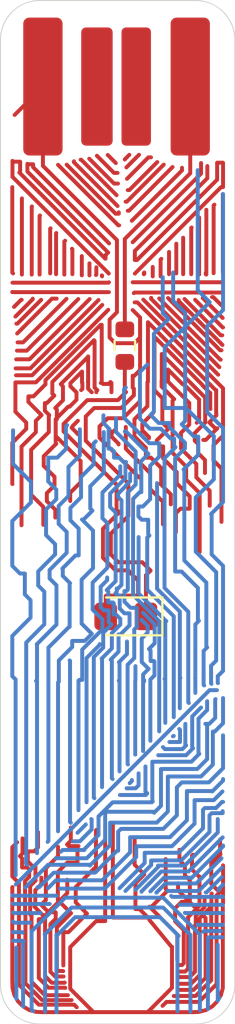
<source format=kicad_pcb>
(kicad_pcb (version 20241229) (generator "pcbnew") (generator_version "9.0")
  (layers (0 "F.Cu" signal) (2 "B.Cu" signal) (13 "F.Paste" user) (15 "B.Paste" user) (5 "F.SilkS" user "F.Silkscreen") (7 "B.SilkS" user "B.Silkscreen") (1 "F.Mask" user) (3 "B.Mask" user) (25 "Edge.Cuts" user))
  (net 0 "")
  (net 1 "Net-(D1-A)")
  (net 2 "GND")
  (net 3 "Net-(U1-VCC)")
  (footprint "Resistor_SMD:R_0603_1608Metric" (layer "F.Cu") (at 174.57 99.025 -90)
    (property "Reference" "R1" (hide yes))
    (property "Value" "1kΩ" (hide yes))
  )
  (footprint "LED_SMD:LED_0805_2012Metric_Pad1.15x1.40mm_HandSolder" (layer "F.Cu") (at 174.62 112.765 180)
    (property "Reference" "D1" (hide yes))
    (property "Value" "LED" (hide yes))
  )
  (footprint "MountingHole:MountingHole_2.1mm" (layer "F.Cu") (at 174.4 130.64)
    (property "Reference" "H1" (hide yes))
    (property "Value" "MountingHole" (hide yes))
  )
  (footprint "USB_edge_PCB_Custom:Untitled" (layer "F.Cu") (at 174.15 85.8775 -90)
    (property "Reference" "U1" (hide yes))
    (property "Value" "~")
  )
  (gr_line (start 176.96 129.55) (end 175.82 128.17) (stroke (width 0.2)) (layer "F.Cu") (net 2))
  (gr_line (start 178.17 133.45) (end 170.24 133.45) (stroke (width 0.05)) (layer "Edge.Cuts"))
  (gr_line (start 168.24 131.45) (end 168.24 83.51) (stroke (width 0.05)) (layer "Edge.Cuts"))
  (gr_line (start 170.24 81.51) (end 178.17 81.51) (stroke (width 0.05)) (layer "Edge.Cuts"))
  (gr_arc (start 170.24 133.45) (mid 168.825786 132.864214) (end 168.24 131.45) (stroke (width 0.05)) (layer "Edge.Cuts"))
  (gr_arc (start 180.17 131.45) (mid 179.584214 132.864214) (end 178.17 133.45) (stroke (width 0.05)) (layer "Edge.Cuts"))
  (gr_arc (start 168.24 83.51) (mid 168.825786 82.095786) (end 170.24 81.51) (stroke (width 0.05)) (layer "Edge.Cuts"))
  (gr_arc (start 178.17 81.51) (mid 179.584214 82.095786) (end 180.17 83.51) (stroke (width 0.05)) (layer "Edge.Cuts"))
  (gr_line (start 180.17 83.51) (end 180.17 131.45) (stroke (width 0.05)) (layer "Edge.Cuts"))
  (segment (start 178.16 128.43) (end 178.18 128.41) (width 0.2) (layer "F.Cu") (net 0))
  (segment (start 176.55 89.84) (end 174.67 91.72) (width 0.2) (layer "F.Cu") (net 0))
  (segment (start 169.92 101.6) (end 169.66 101.6) (width 0.2) (layer "F.Cu") (net 0))
  (segment (start 173.73095 93.79905) (end 173.768 93.8361) (width 0.2) (layer "F.Cu") (net 0))
  (segment (start 176.02 102.43) (end 175.461 102.989) (width 0.2) (layer "F.Cu") (net 0))
  (segment (start 178.3 104.48) (end 178.33 104.51) (width 0.2) (layer "F.Cu") (net 0))
  (segment (start 169.18 126.3) (end 169.09 126.21) (width 0.2) (layer "F.Cu") (net 0))
  (segment (start 178.45 90.2971) (end 174.971 93.7761) (width 0.2) (layer "F.Cu") (net 0))
  (segment (start 168.841 96.301) (end 168.841 96.31) (width 0.2) (layer "F.Cu") (net 0))
  (segment (start 170.5 131.99) (end 171.67 131.99) (width 0.2) (layer "F.Cu") (net 0))
  (segment (start 171.64 125.26) (end 171.16 125.74) (width 0.2) (layer "F.Cu") (net 0))
  (segment (start 170.67 106.44) (end 170.6 106.51) (width 0.2) (layer "F.Cu") (net 0))
  (segment (start 176.74 126.69) (end 176.65 126.6) (width 0.2) (layer "F.Cu") (net 0))
  (segment (start 171.31 100.98) (end 172.7 99.59) (width 0.2) (layer "F.Cu") (net 0))
  (segment (start 169.82 131.31) (end 170.5 131.99) (width 0.2) (layer "F.Cu") (net 0))
  (segment (start 175.06 102.76) (end 175.72 102.1) (width 0.2) (layer "F.Cu") (net 0))
  (segment (start 174.02 90.8) (end 172.76 89.54) (width 0.2) (layer "F.Cu") (net 0))
  (segment (start 173.1 123.62) (end 173.12 123.6) (width 0.2) (layer "F.Cu") (net 0))
  (segment (start 178.07 131.72) (end 178.7 131.09) (width 0.2) (layer "F.Cu") (net 0))
  (segment (start 170.53 100.78) (end 170.53 100.99) (width 0.2) (layer "F.Cu") (net 0))
  (segment (start 171.99 132.47) (end 172.12 132.6) (width 0.2) (layer "F.Cu") (net 0))
  (segment (start 173.98 103.39) (end 173.9 103.39) (width 0.2) (layer "F.Cu") (net 0))
  (segment (start 174.09 103.28) (end 173.98 103.39) (width 0.2) (layer "F.Cu") (net 0))
  (segment (start 171.07 93.32) (end 171.08 93.31) (width 0.2) (layer "F.Cu") (net 0))
  (segment (start 169.34 125.51) (end 169.34 125.04) (width 0.2) (layer "F.Cu") (net 0))
  (segment (start 170.04 103.42) (end 169.31 104.15) (width 0.2) (layer "F.Cu") (net 0))
  (segment (start 168.91 90.52) (end 173.75 95.36) (width 0.2) (layer "F.Cu") (net 0))
  (segment (start 172.31 105.97) (end 171.79 106.49) (width 0.2) (layer "F.Cu") (net 0))
  (segment (start 169.63 89.82) (end 169.61 89.8) (width 0.2) (layer "F.Cu") (net 0))
  (segment (start 175.19 94.68) (end 179.27 90.6) (width 0.2) (layer "F.Cu") (net 0))
  (segment (start 170.51 128.04) (end 169.97 127.5) (width 0.2) (layer "F.Cu") (net 0))
  (segment (start 178.21 105.71) (end 178.89 106.39) (width 0.2) (layer "F.Cu") (net 0))
  (segment (start 176.44 100.82) (end 176.44 101.1) (width 0.2) (layer "F.Cu") (net 0))
  (segment (start 169.2 90.24) (end 169.24 90.2) (width 0.2) (layer "F.Cu") (net 0))
  (segment (start 178.53 101.03) (end 176.08 98.58) (width 0.2) (layer "F.Cu") (net 0))
  (segment (start 177.95 95.4) (end 177.95 93.05) (width 0.2) (layer "F.Cu") (net 0))
  (segment (start 173.12 101.34) (end 173.17 101.29) (width 0.2) (layer "F.Cu") (net 0))
  (segment (start 179.49 96.33) (end 175.06 96.33) (width 0.2) (layer "F.Cu") (net 0))
  (segment (start 178.35 101.76) (end 178.35 102.82) (width 0.2) (layer "F.Cu") (net 0))
  (segment (start 178.92 101.42) (end 178.92 102.23) (width 0.2) (layer "F.Cu") (net 0))
  (segment (start 177.54 95.4) (end 177.54 93.55) (width 0.2) (layer "F.Cu") (net 0))
  (segment (start 171.05 127.78) (end 170.69 127.78) (width 0.2) (layer "F.Cu") (net 0))
  (segment (start 168.841 124.479) (end 169.09 124.23) (width 0.2) (layer "F.Cu") (net 0))
  (segment (start 170.04 102.84) (end 170.04 103.42) (width 0.2) (layer "F.Cu") (net 0))
  (segment (start 169.82 127.96) (end 169.75 127.89) (width 0.2) (layer "F.Cu") (net 0))
  (segment (start 177.24 130.22) (end 177.25 130.23) (width 0.2) (layer "F.Cu") (net 0))
  (segment (start 171.42 130.76) (end 171.43 130.77) (width 0.2) (layer "F.Cu") (net 0))
  (segment (start 169.18 127.49) (end 169.18 126.3) (width 0.2) (layer "F.Cu") (net 0))
  (segment (start 173.75 95.36) (end 173.75 95.37) (width 0.2) (layer "F.Cu") (net 0))
  (segment (start 172.11 101.4) (end 171.8 101.09) (width 0.2) (layer "F.Cu") (net 0))
  (segment (start 178.63 127.51) (end 178.63 127.03) (width 0.2) (layer "F.Cu") (net 0))
  (segment (start 178.66 102.93) (end 178.13 103.46) (width 0.2) (layer "F.Cu") (net 0))
  (segment (start 169.85 100.53) (end 169.03 100.53) (width 0.2) (layer "F.Cu") (net 0))
  (segment (start 176.52 104.14) (end 176.52 104.75) (width 0.2) (layer "F.Cu") (net 0))
  (segment (start 178.37 127.45) (end 178.37 125.97) (width 0.2) (layer "F.Cu") (net 0))
  (segment (start 170.44 105.13) (end 170.99 105.68) (width 0.2) (layer "F.Cu") (net 0))
  (segment (start 171.63 124.34) (end 171.71 124.42) (width 0.2) (layer "F.Cu") (net 0))
  (segment (start 170.69 127.78) (end 170.31 127.4) (width 0.2) (layer "F.Cu") (net 0))
  (segment (start 173.57 94.61) (end 169.2 90.24) (width 0.2) (layer "F.Cu") (net 0))
  (segment (start 173.38 100.89) (end 173.393 100.877) (width 0.2) (layer "F.Cu") (net 0))
  (segment (start 172.39 100.9) (end 172.41 100.92) (width 0.2) (layer "F.Cu") (net 0))
  (segment (start 172.7 99.57) (end 172.7 100.84) (width 0.2) (layer "F.Cu") (net 0))
  (segment (start 177.31 96.76) (end 179.54 98.99) (width 0.2) (layer "F.Cu") (net 0))
  (segment (start 178.33 104.51) (end 178.65 104.83) (width 0.2) (layer "F.Cu") (net 0))
  (segment (start 171.049 103.969) (end 171.08 104) (width 0.2) (layer "F.Cu") (net 0))
  (segment (start 177.48 90) (end 177.48 90.1329) (width 0.2) (layer "F.Cu") (net 0))
  (segment (start 179.14 104.91) (end 179.49 105.26) (width 0.2) (layer "F.Cu") (net 0))
  (segment (start 176.42 105.23) (end 176.42 106) (width 0.2) (layer "F.Cu") (net 0))
  (segment (start 178.68 131.07) (end 178.68 128.07) (width 0.2) (layer "F.Cu") (net 0))
  (segment (start 178.97 131.23) (end 178.97 127.88) (width 0.2) (layer "F.Cu") (net 0))
  (segment (start 170.51 131.02) (end 170.85 131.36) (width 0.2) (layer "F.Cu") (net 0))
  (segment (start 170.55 125.55) (end 170.82 125.28) (width 0.2) (layer "F.Cu") (net 0))
  (segment (start 179.45 98.5) (end 177.61 96.66) (width 0.2) (layer "F.Cu") (net 0))
  (segment (start 171.05 128.11) (end 171.05 127.78) (width 0.2) (layer "F.Cu") (net 0))
  (segment (start 176.52 104.75) (end 176.87 105.1) (width 0.2) (layer "F.Cu") (net 0))
  (segment (start 177.21 106.01) (end 177.87 106.67) (width 0.2) (layer "F.Cu") (net 0))
  (segment (start 179.22 101.28) (end 179.22 102.47) (width 0.2) (layer "F.Cu") (net 0))
  (segment (start 169.8 106.59) (end 170.42 107.21) (width 0.2) (layer "F.Cu") (net 0))
  (segment (start 179.42 99.26) (end 176.77 96.61) (width 0.2) (layer "F.Cu") (net 0))
  (segment (start 176.42 106) (end 176.38 106.04) (width 0.2) (layer "F.Cu") (net 0))
  (segment (start 175.9 104.71) (end 176.42 105.23) (width 0.2) (layer "F.Cu") (net 0))
  (segment (start 179.56 91.33) (end 179.56 95.31) (width 0.2) (layer "F.Cu") (net 0))
  (segment (start 178.35 125.97) (end 177.99 125.61) (width 0.2) (layer "F.Cu") (net 0))
  (segment (start 178.71 95.42) (end 178.72 95.41) (width 0.2) (layer "F.Cu") (net 0))
  (segment (start 177.17 107.53) (end 177.17 108.49) (width 0.2) (layer "F.Cu") (net 0))
  (segment (start 171.7 128.79) (end 172.64 127.85) (width 0.2) (layer "F.Cu") (net 0))
  (segment (start 169.49 126.2) (end 169.7 125.99) (width 0.2) (layer "F.Cu") (net 0))
  (segment (start 174.97 95.81) (end 179.46 95.81) (width 0.2) (layer "F.Cu") (net 0))
  (segment (start 171.53 131.61) (end 171.54 131.62) (width 0.2) (layer "F.Cu") (net 0))
  (segment (start 169.76 125.66) (end 169.61 125.51) (width 0.2) (layer "F.Cu") (net 0))
  (segment (start 178.92 102.23) (end 178.93 102.24) (width 0.2) (layer "F.Cu") (net 0))
  (segment (start 171.049 102.821) (end 171.049 103.969) (width 0.2) (layer "F.Cu") (net 0))
  (segment (start 176.87 105.1) (end 177.21 105.44) (width 0.2) (layer "F.Cu") (net 0))
  (segment (start 174.2 91.94) (end 171.98 89.72) (width 0.2) (layer "F.Cu") (net 0))
  (segment (start 172.07 127.28) (end 172.07 126.5) (width 0.2) (layer "F.Cu") (net 0))
  (segment (start 178.87 102.92) (end 179.17 103.22) (width 0.2) (layer "F.Cu") (net 0))
  (segment (start 169.55 103.25) (end 168.841 103.959) (width 0.2) (layer "F.Cu") (net 0))
  (segment (start 178.98 126.84) (end 178.99 126.83) (width 0.2) (layer "F.Cu") (net 0))
  (segment (start 176.48 102.93) (end 176.79 103.24) (width 0.2) (layer "F.Cu") (net 0))
  (segment (start 176.51 108.09) (end 176.59 108.17) (width 0.2) (layer "F.Cu") (net 0))
  (segment (start 168.841 125.961) (end 168.841 125.31) (width 0.2) (layer "F.Cu") (net 0))
  (segment (start 176.08 100.87) (end 176.08 101.29) (width 0.2) (layer "F.Cu") (net 0))
  (segment (start 169.66 101.88) (end 170.33 102.55) (width 0.2) (layer "F.Cu") (net 0))
  (segment (start 174.67 91.72) (end 174.61 91.72) (width 0.2) (layer "F.Cu") (net 0))
  (segment (start 178.21 105.03) (end 178.21 105.71) (width 0.2) (layer "F.Cu") (net 0))
  (segment (start 175.64 104.21) (end 175.06 103.63) (width 0.2) (layer "F.Cu") (net 0))
  (segment (start 178.18 127.97) (end 178.63 127.52) (width 0.2) (layer "F.Cu") (net 0))
  (segment (start 176.38 106.04) (end 176.911 106.571) (width 0.2) (layer "F.Cu") (net 0))
  (segment (start 176.32 96.63) (end 179.43 99.74) (width 0.2) (layer "F.Cu") (net 0))
  (segment (start 177.85 103.03) (end 177.43 103.45) (width 0.2) (layer "F.Cu") (net 0))
  (segment (start 179.09 95.35) (end 179.09 91.91) (width 0.2) (layer "F.Cu") (net 0))
  (segment (start 177.58 128.69) (end 177.13 128.24) (width 0.2) (layer "F.Cu") (net 0))
  (segment (start 177.53 101) (end 176.77 100.24) (width 0.2) (layer "F.Cu") (net 0))
  (segment (start 176.08 101.29) (end 176.48 101.69) (width 0.2) (layer "F.Cu") (net 0))
  (segment (start 169.24 90.2) (end 169.24 89.69) (width 0.2) (layer "F.Cu") (net 0))
  (segment (start 174.8 91.13) (end 174.72 91.13) (width 0.2) (layer "F.Cu") (net 0))
  (segment (start 175.319 101.84) (end 175.319 101.871) (width 0.2) (layer "F.Cu") (net 0))
  (segment (start 170.03 126.17) (end 170.02 126.16) (width 0.2) (layer "F.Cu") (net 0))
  (segment (start 176.45 99.45) (end 176.45 100.81) (width 0.2) (layer "F.Cu") (net 0))
  (segment (start 173.84 100.87) (end 173.89 100.92) (width 0.2) (layer "F.Cu") (net 0))
  (segment (start 170.51 128.21) (end 170.51 128.04) (width 0.2) (layer "F.Cu") (net 0))
  (segment (start 177.06 132.03) (end 178.17 132.03) (width 0.2) (layer "F.Cu") (net 0))
  (segment (start 175.56 95.31) (end 175.56 95.38) (width 0.2) (layer "F.Cu") (net 0))
  (segment (start 176.65 126.6) (end 176.65 125.08) (width 0.2) (layer "F.Cu") (net 0))
  (segment (start 171.82 124.15) (end 171.63 124.34) (width 0.2) (layer "F.Cu") (net 0))
  (segment (start 177.19 95.36) (end 177.19 93.85) (width 0.2) (layer "F.Cu") (net 0))
  (segment (start 171.9 94.13) (end 171.88 94.11) (width 0.2) (layer "F.Cu") (net 0))
  (segment (start 176.2 103.83) (end 176.2 103.93) (width 0.2) (layer "F.Cu") (net 0))
  (segment (start 177.87 107.3) (end 177.4 107.3) (width 0.2) (layer "F.Cu") (net 0))
  (segment (start 175.77 89.47) (end 174.68 90.56) (width 0.2) (layer "F.Cu") (net 0))
  (segment (start 176.48 101.69) (end 176.48 102.93) (width 0.2) (layer "F.Cu") (net 0))
  (segment (start 179.569 89.8) (end 179.569 90.98) (width 0.2) (layer "F.Cu") (net 0))
  (segment (start 169.75 127.89) (end 169.75 126.99) (width 0.2) (layer "F.Cu") (net 0))
  (segment (start 173.03 101.15) (end 173.03 98.78) (width 0.2) (layer "F.Cu") (net 0))
  (segment (start 176.51 106.95) (end 176.51 108.09) (width 0.2) (layer "F.Cu") (net 0))
  (segment (start 170.33 102.55) (end 170.04 102.84) (width 0.2) (layer "F.Cu") (net 0))
  (segment (start 171.049 103.609) (end 172.32 104.88) (width 0.2) (layer "F.Cu") (net 0))
  (segment (start 173.15 89.39) (end 174.02 90.26) (width 0.2) (layer "F.Cu") (net 0))
  (segment (start 171.11 102.27) (end 171.11 102.76) (width 0.2) (layer "F.Cu") (net 0))
  (segment (start 173.74 100.97) (end 173.84 100.87) (width 0.2) (layer "F.Cu") (net 0))
  (segment (start 177.69 105.82) (end 177.71 105.84) (width 0.2) (layer "F.Cu") (net 0))
  (segment (start 178.69 103.81) (end 178.56 103.81) (width 0.2) (layer "F.Cu") (net 0))
  (segment (start 169.36 124.8) (end 169.36 124.03) (width 0.2) (layer "F.Cu") (net 0))
  (segment (start 171.08 104) (end 170.44 104.64) (width 0.2) (layer "F.Cu") (net 0))
  (segment (start 175.747 97.837) (end 179.19 101.28) (width 0.2) (layer "F.Cu") (net 0))
  (segment (start 174.62 103.15) (end 174.62 104.2571) (width 0.2) (layer "F.Cu") (net 0))
  (segment (start 178.66 102.65) (end 178.66 102.93) (width 0.2) (layer "F.Cu") (net 0))
  (segment (start 171.16 127.16) (end 171.83 127.83) (width 0.2) (layer "F.Cu") (net 0))
  (segment (start 178.38 130.97) (end 177.95 131.4) (width 0.2) (layer "F.Cu") (net 0))
  (segment (start 175.82 127.5) (end 175.93 127.5) (width 0.2) (layer "F.Cu") (net 0))
  (segment (start 177 89.96) (end 174.78 92.18) (width 0.2) (layer "F.Cu") (net 0))
  (segment (start 169.63 124.69) (end 169.95 124.69) (width 0.2) (layer "F.Cu") (net 0))
  (segment (start 177.48 130.46) (end 177.57 130.37) (width 0.2) (layer "F.Cu") (net 0))
  (segment (start 177.35 125.14) (end 177.35 124.61) (width 0.2) (layer "F.Cu") (net 0))
  (segment (start 177.88 126.16) (end 177.63 125.91) (width 0.2) (layer "F.Cu") (net 0))
  (segment (start 178.18 127.64) (end 178.37 127.45) (width 0.2) (layer "F.Cu") (net 0))
  (segment (start 178.77 89.91) (end 178.77 90.53) (width 0.2) (layer "F.Cu") (net 0))
  (segment (start 178.08 101.08) (end 178.66 101.66) (width 0.2) (layer "F.Cu") (net 0))
  (segment (start 169 100.89) (end 170.0429 100.89) (width 0.2) (layer "F.Cu") (net 0))
  (segment (start 169.18 131.46) (end 170.19 132.47) (width 0.2) (layer "F.Cu") (net 0))
  (segment (start 177.79 130.64) (end 177.64 130.79) (width 0.2) (layer "F.Cu") (net 0))
  (segment (start 174.26 92.33) (end 174.26 92.26) (width 0.2) (layer "F.Cu") (net 0))
  (segment (start 176.77 100.85) (end 177.85 101.93) (width 0.2) (layer "F.Cu") (net 0))
  (segment (start 177.99 124.91) (end 178.04 124.86) (width 0.2) (layer "F.Cu") (net 0))
  (segment (start 175.93 127.5) (end 176.74 126.69) (width 0.2) (layer "F.Cu") (net 0))
  (segment (start 174.8 89.34) (end 174.57 89.57) (width 0.2) (layer "F.Cu") (net 0))
  (segment (start 177.57 130.37) (end 177.57 128.7) (width 0.2) (layer "F.Cu") (net 0))
  (segment (start 170.33 132.21) (end 170.36 132.24) (width 0.2) (layer "F.Cu") (net 0))
  (segment (start 169.23 124.93) (end 169.36 124.8) (width 0.2) (layer "F.Cu") (net 0))
  (segment (start 171.12 128.54) (end 171.11 128.54) (width 0.2) (layer "F.Cu") (net 0))
  (segment (start 179.27 89.74) (end 179.56 89.74) (width 0.2) (layer "F.Cu") (net 0))
  (segment (start 170.53 100.99) (end 169.92 101.6) (width 0.2) (layer "F.Cu") (net 0))
  (segment (start 173.38 100.89) (end 173.46 100.97) (width 0.2) (layer "F.Cu") (net 0))
  (segment (start 177.4 107.3) (end 177.17 107.53) (width 0.2) (layer "F.Cu") (net 0))
  (segment (start 172.879 101.389) (end 172.89 101.389) (width 0.2) (layer "F.Cu") (net 0))
  (segment (start 169.29 96.7) (end 168.93 97.06) (width 0.2) (layer "F.Cu") (net 0))
  (segment (start 173 98.75) (end 170.88 100.87) (width 0.2) (layer "F.Cu") (net 0))
  (segment (start 179.38 100.12) (end 175.91 96.65) (width 0.2) (layer "F.Cu") (net 0))
  (segment (start 171 107.32) (end 171.03 107.35) (width 0.2) (layer "F.Cu") (net 0))
  (segment (start 172.77 95.46) (end 172.77 94.85) (width 0.2) (layer "F.Cu") (net 0))
  (segment (start 177.69 105.16) (end 177.69 105.82) (width 0.2) (layer "F.Cu") (net 0))
  (segment (start 177.13 128.24) (end 177.13 127.58) (width 0.2) (layer "F.Cu") (net 0))
  (segment (start 170.19 128.13) (end 170.32 128.13) (width 0.2) (layer "F.Cu") (net 0))
  (segment (start 171.9 95.4) (end 171.9 94.13) (width 0.2) (layer "F.Cu") (net 0))
  (segment (start 179.49 99.26) (end 179.42 99.26) (width 0.2) (layer "F.Cu") (net 0))
  (segment (start 169.51 127.8) (end 169.49 127.78) (width 0.2) (layer "F.Cu") (net 0))
  (segment (start 178.18 128.41) (end 178.18 127.97) (width 0.2) (layer "F.Cu") (net 0))
  (segment (start 173.28 103.13) (end 173.7 102.71) (width 0.2) (layer "F.Cu") (net 0))
  (segment (start 178.63 127.03) (end 178.62 127.02) (width 0.2) (layer "F.Cu") (net 0))
  (segment (start 177.63 125.42) (end 177.35 125.14) (width 0.2) (layer "F.Cu") (net 0))
  (segment (start 172.39 100.34) (end 172.39 100.9) (width 0.2) (layer "F.Cu") (net 0))
  (segment (start 171.049 102.761) (end 171.049 103.609) (width 0.2) (layer "F.Cu") (net 0))
  (segment (start 175.08 94.68) (end 175.19 94.68) (width 0.2) (layer "F.Cu") (net 0))
  (segment (start 173.393 100.877) (end 173.393 97.97) (width 0.2) (layer "F.Cu") (net 0))
  (segment (start 169.07 102.45) (end 169.55 102.93) (width 0.2) (layer "F.Cu") (net 0))
  (segment (start 171.8 101.09) (end 171.8 100.93) (width 0.2) (layer "F.Cu") (net 0))
  (segment (start 171.86 103.19) (end 171.91 103.14) (width 0.2) (layer "F.Cu") (net 0))
  (segment (start 170.72 102.55) (end 170.7 102.57) (width 0.2) (layer "F.Cu") (net 0))
  (segment (start 173.96 103.71) (end 174.25 104) (width 0.2) (layer "F.Cu") (net 0))
  (segment (start 173.34 97.97) (end 170.53 100.78) (width 0.2) (layer "F.Cu") (net 0))
  (segment (start 169.39 98.86) (end 169.11 98.86) (width 0.2) (layer "F.Cu") (net 0))
  (segment (start 178.7 131.09) (end 178.68 131.07) (width 0.2) (layer "F.Cu") (net 0))
  (segment (start 169.33 95.42) (end 169.33 91.55) (width 0.2) (layer "F.Cu") (net 0))
  (segment (start 175.86 106.3) (end 176.51 106.95) (width 0.2) (layer "F.Cu") (net 0))
  (segment (start 169.55 102.93) (end 169.55 103.18) (width 0.2) (layer "F.Cu") (net 0))
  (segment (start 178.35 95.42) (end 178.35 92.52) (width 0.2) (layer "F.Cu") (net 0))
  (segment (start 171.07 95.4) (end 171.07 93.32) (width 0.2) (layer "F.Cu") (net 0))
  (segment (start 172.35 89.59) (end 174.15 91.39) (width 0.2) (layer "F.Cu") (net 0))
  (segment (start 177.24 128.91) (end 177.24 130.22) (width 0.2) (layer "F.Cu") (net 0))
  (segment (start 179.47 90.98) (end 175.14 95.31) (width 0.2) (layer "F.Cu") (net 0))
  (segment (start 177.95 131.4) (end 177.94 131.41) (width 0.2) (layer "F.Cu") (net 0))
  (segment (start 174.02 90.26) (end 174.2 90.26) (width 0.2) (layer "F.Cu") (net 0))
  (segment (start 178.9 127.56) (end 178.9 127.37) (width 0.2) (layer "F.Cu") (net 0))
  (segment (start 171.71 124.42) (end 172.21 124.42) (width 0.2) (layer "F.Cu") (net 0))
  (segment (start 177.17 108.49) (end 177.15 108.51) (width 0.2) (layer "F.Cu") (net 0))
  (segment (start 170.77 95.36) (end 170.77 93.09) (width 0.2) (layer "F.Cu") (net 0))
  (segment (start 170.88 100.87) (end 170.88 101.46) (width 0.2) (layer "F.Cu") (net 0))
  (segment (start 176.44 101.1) (end 177.08 101.74) (width 0.2) (layer "F.Cu") (net 0))
  (segment (start 169.76 100.18) (end 173.23 96.71) (width 0.2) (layer "F.Cu") (net 0))
  (segment (start 169.24 89.69) (end 168.89 89.69) (width 0.2) (layer "F.Cu") (net 0))
  (segment (start 173.38 100.89) (end 173.35 100.92) (width 0.2) (layer "F.Cu") (net 0))
  (segment (start 176.45 100.81) (end 176.44 100.82) (width 0.2) (layer "F.Cu") (net 0))
  (segment (start 172.16 124.47) (end 172.16 125.26) (width 0.2) (layer "F.Cu") (net 0))
  (segment (start 179.55 98.1) (end 179.569 98.1) (width 0.2) (layer "F.Cu") (net 0))
  (segment (start 170.78 130.8) (end 170.78 128.38) (width 0.2) (layer "F.Cu") (net 0))
  (segment (start 169.9 89.9681) (end 173.73095 93.79905) (width 0.2) (layer "F.Cu") (net 0))
  (segment (start 172.7 100.84) (end 172.69 100.85) (width 0.2) (layer "F.Cu") (net 0))
  (segment (start 177.99 125.61) (end 177.99 124.91) (width 0.2) (layer "F.Cu") (net 0))
  (segment (start 169.9 89.82) (end 169.63 89.82) (width 0.2) (layer "F.Cu") (net 0))
  (segment (start 170.51 128.21) (end 170.51 131.02) (width 0.2) (layer "F.Cu") (net 0))
  (segment (start 175.461 102.989) (end 175.461 103.38) (width 0.2) (layer "F.Cu") (net 0))
  (segment (start 173.1 95.44) (end 173.12 95.42) (width 0.2) (layer "F.Cu") (net 0))
  (segment (start 175.14 95.31) (end 175.08 95.37) (width 0.2) (layer "F.Cu") (net 0))
  (segment (start 171.17 89.85) (end 174.24 92.92) (width 0.2) (layer "F.Cu") (net 0))
  (segment (start 169.51 131.39) (end 170.33 132.21) (width 0.2) (layer "F.Cu") (net 0))
  (segment (start 177.79 128.03) (end 178.18 127.64) (width 0.2) (layer "F.Cu") (net 0))
  (segment (start 169.34 125.04) (end 169.23 124.93) (width 0.2) (layer "F.Cu") (net 0))
  (segment (start 169.88 96.67) (end 169.88 96.64) (width 0.2) (layer "F.Cu") (net 0))
  (segment (start 177.64 130.79) (end 177.33 130.79) (width 0.2) (layer "F.Cu") (net 0))
  (segment (start 168.85 95.83) (end 173.74 95.83) (width 0.2) (layer "F.Cu") (net 0))
  (segment (start 177.43 104.25) (end 177.47 104.29) (width 0.2) (layer "F.Cu") (net 0))
  (segment (start 171.8 100.93) (end 172.39 100.34) (width 0.2) (layer "F.Cu") (net 0))
  (segment (start 177 104.47) (end 177.69 105.16) (width 0.2) (layer "F.Cu") (net 0))
  (segment (start 177.59 101) (end 177.53 101) (width 0.2) (layer "F.Cu") (net 0))
  (segment (start 169.58 99.28) (end 172.2 96.66) (width 0.2) (layer "F.Cu") (net 0))
  (segment (start 177.31 96.71) (end 177.31 96.76) (width 0.2) (layer "F.Cu") (net 0))
  (segment (start 171.69 102.12) (end 171.7629 102.12) (width 0.2) (layer "F.Cu") (net 0))
  (segment (start 173.59 94.43) (end 173.59 94.61) (width 0.2) (layer "F.Cu") (net 0))
  (segment (start 178.69 95.33) (end 178.69 95.4) (width 0.2) (layer "F.Cu") (net 0))
  (segment (start 168.85 96.31) (end 168.841 96.301) (width 0.2) (layer "F.Cu") (net 0))
  (segment (start 171.83 127.83) (end 171.12 128.54) (width 0.2) (layer "F.Cu") (net 0))
  (segment (start 175.91 96.65) (end 175.91 96.6) (width 0.2) (layer "F.Cu") (net 0))
  (segment (start 174.22 90.8) (end 174.02 90.8) (width 0.2) (layer "F.Cu") (net 0))
  (segment (start 178.16 128.43) (end 178.14 128.45) (width 0.2) (layer "F.Cu") (net 0))
  (segment (start 179.49 105.26) (end 179.49 105.86) (width 0.2) (layer "F.Cu") (net 0))
  (segment (start 169.7 125.99) (end 169.7 125.96) (width 0.2) (layer "F.Cu") (net 0))
  (segment (start 171.82 123.48) (end 171.82 124.15) (width 0.2) (layer "F.Cu") (net 0))
  (segment (start 179.53 98.5) (end 179.45 98.5) (width 0.2) (layer "F.Cu") (net 0))
  (segment (start 179.49 96.98) (end 179.07 96.56) (width 0.2) (layer "F.Cu") (net 0))
  (segment (start 169.51 127.8) (end 169.51 131.39) (width 0.2) (layer "F.Cu") (net 0))
  (segment (start 172.7 100.84) (end 172.7 101.21) (width 0.2) (layer "F.Cu") (net 0))
  (segment (start 175.56 95.38) (end 175.54 95.4) (width 0.2) (layer "F.Cu") (net 0))
  (segment (start 169.01 100.18) (end 169.76 100.18) (width 0.2) (layer "F.Cu") (net 0))
  (segment (start 177.95 93.05) (end 177.97 93.03) (width 0.2) (layer "F.Cu") (net 0))
  (segment (start 169.32 96.7) (end 169.29 96.7) (width 0.2) (layer "F.Cu") (net 0))
  (segment (start 177.58 128.69) (end 177.57 128.7) (width 0.2) (layer "F.Cu") (net 0))
  (segment (start 172.32 104.88) (end 172.32 105.96) (width 0.2) (layer "F.Cu") (net 0))
  (segment (start 175.83 127.5) (end 175.82 127.5) (width 0.2) (layer "F.Cu") (net 0))
  (segment (start 171.42 101.8) (end 171.03 102.19) (width 0.2) (layer "F.Cu") (net 0))
  (segment (start 173.9 103.65) (end 173.96 103.71) (width 0.2) (layer "F.Cu") (net 0))
  (segment (start 178.08 101.08) (end 176.45 99.45) (width 0.2) (layer "F.Cu") (net 0))
  (segment (start 178.34 92.51) (end 178.35 92.52) (width 0.2) (layer "F.Cu") (net 0))
  (segment (start 171.49 95.42) (end 171.49 93.74) (width 0.2) (layer "F.Cu") (net 0))
  (segment (start 175.06 103.63) (end 175.06 102.76) (width 0.2) (layer "F.Cu") (net 0))
  (segment (start 178.53 101.05) (end 178.53 101.03) (width 0.2) (layer "F.Cu") (net 0))
  (segment (start 178.77 90.53) (end 175.1 94.2) (width 0.2) (layer "F.Cu") (net 0))
  (segment (start 179.09 91.91) (end 179.13 91.87) (width 0.2) (layer "F.Cu") (net 0))
  (segment (start 171.98 89.72) (end 171.98 89.67) (width 0.2) (layer "F.Cu") (net 0))
  (segment (start 170.55 127.16) (end 170.55 126.14) (width 0.2) (layer "F.Cu") (net 0))
  (segment (start 177.28 131.72) (end 178.07 131.72) (width 0.2) (layer "F.Cu") (net 0))
  (segment (start 171.91 103.14) (end 171.91 103.1071) (width 0.2) (layer "F.Cu") (net 0))
  (segment (start 171.17 124.93) (end 171.17 124.46) (width 0.2) (layer "F.Cu") (net 0))
  (segment (start 171.6 96.65) (end 169.39 98.86) (width 0.2) (layer "F.Cu") (net 0))
  (segment (start 177.85 101.93) (end 177.85 103.03) (width 0.2) (layer "F.Cu") (net 0))
  (segment (start 179.569 103.591) (end 179.08 104.08) (width 0.2) (layer "F.Cu") (net 0))
  (segment (start 176.39 95.51) (end 176.39 94.66) (width 0.2) (layer "F.Cu") (net 0))
  (segment (start 173.59 94.61) (end 173.57 94.61) (width 0.2) (layer "F.Cu") (net 0))
  (segment (start 170.7 102.57) (end 170.7 103.41) (width 0.2) (layer "F.Cu") (net 0))
  (segment (start 170.6 106.85) (end 170.6 106.92) (width 0.2) (layer "F.Cu") (net 0))
  (segment (start 170.99 105.68) (end 170.99 105.69) (width 0.2) (layer "F.Cu") (net 0))
  (segment (start 173.28 103.7) (end 173.28 103.13) (width 0.2) (layer "F.Cu") (net 0))
  (segment (start 178.9 101.42) (end 178.92 101.42) (width 0.2) (layer "F.Cu") (net 0))
  (segment (start 168.85 89.65) (end 168.85 90.46) (width 0.2) (layer "F.Cu") (net 0))
  (segment (start 171.61 89.84) (end 174.1 92.33) (width 0.2) (layer "F.Cu") (net 0))
  (segment (start 178.38 106.51) (end 178.38 109.5) (width 0.2) (layer "F.Cu") (net 0))
  (segment (start 175.72 102.1) (end 175.72 100.88) (width 0.2) (layer "F.Cu") (net 0))
  (segment (start 170.23 95.42) (end 170.23 92.44) (width 0.2) (layer "F.Cu") (net 0))
  (segment (start 175.3 105.72) (end 173.28 103.7) (width 0.2) (layer "F.Cu") (net 0))
  (segment (start 178.89 127.57) (end 178.9 127.56) (width 0.2) (layer "F.Cu") (net 0))
  (segment (start 173.03 98.78) (end 173 98.75) (width 0.2) (layer "F.Cu") (net 0))
  (segment (start 169.7 125.72) (end 169.76 125.66) (width 0.2) (layer "F.Cu") (net 0))
  (segment (start 175.54 95.4) (end 175.54 95.33) (width 0.2) (layer "F.Cu") (net 0))
  (segment (start 178.89 106.39) (end 178.89 107.15) (width 0.2) (layer "F.Cu") (net 0))
  (segment (start 170.82 125.28) (end 171.17 124.93) (width 0.2) (layer "F.Cu") (net 0))
  (segment (start 172.7 101.21) (end 172.879 101.389) (width 0.2) (layer "F.Cu") (net 0))
  (segment (start 171.42 101.09) (end 171.42 101.57) (width 0.2) (layer "F.Cu") (net 0))
  (segment (start 179.19 101.28) (end 179.22 101.28) (width 0.2) (layer "F.Cu") (net 0))
  (segment (start 178.45 89.76) (end 178.45 90.2971) (width 0.2) (layer "F.Cu") (net 0))
  (segment (start 170.19 131.12) (end 170.68 131.61) (width 0.2) (layer "F.Cu") (net 0))
  (segment (start 170.5 101.94) (end 170.5 102.33) (width 0.2) (layer "F.Cu") (net 0))
  (segment (start 178.65 104.83) (end 178.65 105.49) (width 0.2) (layer "F.Cu") (net 0))
  (segment (start 173.89 100.92) (end 173.89 101.39) (width 0.2) (layer "F.Cu") (net 0))
  (segment (start 175.07 96.83) (end 175.21 96.83) (width 0.2) (layer "F.Cu") (net 0))
  (segment (start 175.5151 103.38) (end 175.799 103.6639) (width 0.2) (layer "F.Cu") (net 0))
  (segment (start 171.42 101.57) (end 171.42 101.8) (width 0.2) (layer "F.Cu") (net 0))
  (segment (start 179.569 90.98) (end 179.47 90.98) (width 0.2) (layer "F.Cu") (net 0))
  (segment (start 178.35 101.76) (end 177.59 101) (width 0.2) (layer "F.Cu") (net 0))
  (segment (start 175.747 100.853) (end 175.747 97.837) (width 0.2) (layer "F.Cu") (net 0))
  (segment (start 177.33 131.05) (end 177.32 131.06) (width 0.2) (layer "F.Cu") (net 0))
  (segment (start 172.78 96.66) (end 169.72 99.72) (width 0.2) (layer "F.Cu") (net 0))
  (segment (start 178.13 103.46) (end 178.13 103.85) (width 0.2) (layer "F.Cu") (net 0))
  (segment (start 170.02 125.43) (end 169.86 125.43) (width 0.2) (layer "F.Cu") (net 0))
  (segment (start 175.21 96.83) (end 179.569 101.189) (width 0.2) (layer "F.Cu") (net 0))
  (segment (start 172.21 124.42) (end 172.16 124.47) (width 0.2) (layer "F.Cu") (net 0))
  (segment (start 177.79 128.69) (end 177.79 130.64) (width 0.2) (layer "F.Cu") (net 0))
  (segment (start 172.16 103.51) (end 172.16 103.49) (width 0.2) (layer "F.Cu") (net 0))
  (segment (start 177 102.69) (end 177 104.47) (width 0.2) (layer "F.Cu") (net 0))
  (segment (start 168.841 104.99) (end 168.841 106.041) (width 0.2) (layer "F.Cu") (net 0))
  (segment (start 174.24 92.92) (end 174.28 92.92) (width 0.2) (layer "F.Cu") (net 0))
  (segment (start 179.56 89.74) (end 179.569 89.749) (width 0.2) (layer "F.Cu") (net 0))
  (segment (start 173.72 94.3) (end 173.59 94.43) (width 0.2) (layer "F.Cu") (net 0))
  (segment (start 178.38 128.26) (end 178.38 128.08) (width 0.2) (layer "F.Cu") (net 0))
  (segment (start 173.17 101.29) (end 173.03 101.15) (width 0.2) (layer "F.Cu") (net 0))
  (segment (start 177.79 128.69) (end 177.79 128.03) (width 0.2) (layer "F.Cu") (net 0))
  (segment (start 175.86 105.45) (end 175.86 106.3) (width 0.2) (layer "F.Cu") (net 0))
  (segment (start 170.98 101.56) (end 170.6 101.94) (width 0.2) (layer "F.Cu") (net 0))
  (segment (start 171.63 126.82) (end 171.64 126.81) (width 0.2) (layer "F.Cu") (net 0))
  (segment (start 171.03 102.19) (end 171.11 102.27) (width 0.2) (layer "F.Cu") (net 0))
  (segment (start 169.75 126.99) (end 169.75 126.45) (width 0.2) (layer "F.Cu") (net 0))
  (segment (start 170.99 105.69) (end 170.99 106.12) (width 0.2) (layer "F.Cu") (net 0))
  (segment (start 173.42 96.96) (end 169.85 100.53) (width 0.2) (layer "F.Cu") (net 0))
  (segment (start 173.1 125.47) (end 173.1 124.54) (width 0.2) (layer "F.Cu") (net 0))
  (segment (start 173.393 97.97) (end 173.34 97.97) (width 0.2) (layer "F.Cu") (net 0))
  (segment (start 169 102.38) (end 169.07 102.45) (width 0.2) (layer "F.Cu") (net 0))
  (segment (start 179.49 105.86) (end 179.49 107.97) (width 0.2) (layer "F.Cu") (net 0))
  (segment (start 177.24 128.91) (end 175.83 127.5) (width 0.2) (layer "F.Cu") (net 0))
  (segment (start 173.7 89.35) (end 174.11 89.76) (width 0.2) (layer "F.Cu") (net 0))
  (segment (start 176.2 103.93) (end 176.41 104.14) (width 0.2) (layer "F.Cu") (net 0))
  (segment (start 179.27 90.6) (end 179.27 89.74) (width 0.2) (layer "F.Cu") (net 0))
  (segment (start 171.7629 102.12) (end 172.11 101.7729) (width 0.2) (layer "F.Cu") (net 0))
  (segment (start 176.08 98.58) (end 176.08 100.87) (width 0.2) (layer "F.Cu") (net 0))
  (segment (start 171.11 130.68) (end 171.19 130.76) (width 0.2) (layer "F.Cu") (net 0))
  (segment (start 175.64 104.71) (end 175.9 104.71) (width 0.2) (layer "F.Cu") (net 0))
  (segment (start 168.841 103.959) (end 168.841 104.37) (width 0.2) (layer "F.Cu") (net 0))
  (segment (start 179.569 89.749) (end 179.569 89.8) (width 0.2) (layer "F.Cu") (net 0))
  (segment (start 175.99 95.51) (end 175.99 95.03) (width 0.2) (layer "F.Cu") (net 0))
  (segment (start 173.4 95.46) (end 173.41 95.47) (width 0.2) (layer "F.Cu") (net 0))
  (segment (start 177.34 130.46) (end 177.48 130.46) (width 0.2) (layer "F.Cu") (net 0))
  (segment (start 178.35 102.82) (end 178.23 102.94) (width 0.2) (layer "F.Cu") (net 0))
  (segment (start 179.22 102.47) (end 179.23 102.48) (width 0.2) (layer "F.Cu") (net 0))
  (segment (start 177.28 126.67) (end 177.28 126.31) (width 0.2) (layer "F.Cu") (net 0))
  (segment (start 175.64 104.71) (end 175.64 104.21) (width 0.2) (layer "F.Cu") (net 0))
  (segment (start 169.75 126.45) (end 170.03 126.17) (width 0.2) (layer "F.Cu") (net 0))
  (segment (start 177.94 131.41) (end 177.29 131.41) (width 0.2) (layer "F.Cu") (net 0))
  (segment (start 169.18 127.49) (end 169.18 131.46) (width 0.2) (layer "F.Cu") (net 0))
  (segment (start 170.01 127.46) (end 170.01 126.66) (width 0.2) (layer "F.Cu") (net 0))
  (segment (start 177.32 131.07) (end 177.87 131.07) (width 0.2) (layer "F.Cu") (net 0))
  (segment (start 170.19 128.13) (end 170.19 131.12) (width 0.2) (layer "F.Cu") (net 0))
  (segment (start 170.85 131.36) (end 171.5 131.36) (width 0.2) (layer "F.Cu") (net 0))
  (segment (start 173.1 124.54) (end 173.1 123.62) (width 0.2) (layer "F.Cu") (net 0))
  (segment (start 177 101.82) (end 177 102.69) (width 0.2) (layer "F.Cu") (net 0))
  (segment (start 172.16 125.26) (end 171.64 125.26) (width 0.2) (layer "F.Cu") (net 0))
  (segment (start 171.91 103.1071) (end 172.180032 102.837068) (width 0.2) (layer "F.Cu") (net 0))
  (segment (start 178.66 101.67) (end 178.66 102.65) (width 0.2) (layer "F.Cu") (net 0))
  (segment (start 170.19 132.47) (end 171.99 132.47) (width 0.2) (layer "F.Cu") (net 0))
  (segment (start 169.09 126.21) (end 168.841 125.961) (width 0.2) (layer "F.Cu") (net 0))
  (segment (start 173.46 100.97) (end 173.74 100.97) (width 0.2) (layer "F.Cu") (net 0))
  (segment (start 170.68 131.61) (end 171.53 131.61) (width 0.2) (layer "F.Cu") (net 0))
  (segment (start 169.61 125.51) (end 169.34 125.51) (width 0.2) (layer "F.Cu") (net 0))
  (segment (start 168.841 125.31) (end 168.841 124.479) (width 0.2) (layer "F.Cu") (net 0))
  (segment (start 169.61 90.19) (end 173.72 94.3) (width 0.2) (layer "F.Cu") (net 0))
  (segment (start 177.87 131.07) (end 178.14 130.8) (width 0.2) (layer "F.Cu") (net 0))
  (segment (start 169.9 89.82) (end 169.9 89.9681) (width 0.2) (layer "F.Cu") (net 0))
  (segment (start 170.31 96.7) (end 169.1 97.91) (width 0.2) (layer "F.Cu") (net 0))
  (segment (start 178.69 95.4) (end 178.71 95.42) (width 0.2) (layer "F.Cu") (net 0))
  (segment (start 175.1 94.2) (end 175.08 94.22) (width 0.2) (layer "F.Cu") (net 0))
  (segment (start 172.32 105.96) (end 172.31 105.97) (width 0.2) (layer "F.Cu") (net 0))
  (segment (start 177.63 125.91) (end 177.63 125.42) (width 0.2) (layer "F.Cu") (net 0))
  (segment (start 170.99 106.12) (end 170.67 106.44) (width 0.2) (layer "F.Cu") (net 0))
  (segment (start 176.82 95.4) (end 176.82 94.27) (width 0.2) (layer "F.Cu") (net 0))
  (segment (start 178.13 103.85) (end 178.3 104.02) (width 0.2) (layer "F.Cu") (net 0))
  (segment (start 171.31 100.98) (end 171.42 101.09) (width 0.2) (layer "F.Cu") (net 0))
  (segment (start 179.23 102.56) (end 178.87 102.92) (width 0.2) (layer "F.Cu") (net 0))
  (segment (start 170.23 92.44) (end 170.25 92.42) (width 0.2) (layer "F.Cu") (net 0))
  (segment (start 171.49 93.74) (end 171.53 93.7) (width 0.2) (layer "F.Cu") (net 0))
  (segment (start 171.79 106.49) (end 171.79 106.91) (width 0.2) (layer "F.Cu") (net 0))
  (segment (start 171.11 102.76) (end 171.049 102.821) (width 0.2) (layer "F.Cu") (net 0))
  (segment (start 170.01 126.66) (end 170.32 126.35) (width 0.2) (layer "F.Cu") (net 0))
  (segment (start 169.83 91.97) (end 169.84 91.96) (width 0.2) (layer "F.Cu") (net 0))
  (segment (start 177.08 101.74) (end 177 101.82) (width 0.2) (layer "F.Cu") (net 0))
  (segment (start 178.66 101.66) (end 178.66 101.67) (width 0.2) (layer "F.Cu") (net 0))
  (segment (start 170.32 128.13) (end 171.63 126.82) (width 0.2) (layer "F.Cu") (net 0))
  (segment (start 178.63 127.52) (end 178.63 127.51) (width 0.2) (layer "F.Cu") (net 0))
  (segment (start 174.57 89.58) (end 174.57 89.57) (width 0.2) (layer "F.Cu") (net 0))
  (segment (start 172.07 126.5) (end 173.1 125.47) (width 0.2) (layer "F.Cu") (net 0))
  (segment (start 175.08 94.22) (end 175.08 94.68) (width 0.2) (layer "F.Cu") (net 0))
  (segment (start 174.1 92.33) (end 174.26 92.33) (width 0.2) (layer "F.Cu") (net 0))
  (segment (start 176.77 100.24) (end 176.77 100.85) (width 0.2) (layer "F.Cu") (net 0))
  (segment (start 175.8129 105.45) (end 175.86 105.45) (width 0.2) (layer "F.Cu") (net 0))
  (segment (start 170.42 107.21) (end 170.42 108.12) (width 0.2) (layer "F.Cu") (net 0))
  (segment (start 169.08 99.28) (end 169.58 99.28) (width 0.2) (layer "F.Cu") (net 0))
  (segment (start 169.97 127.5) (end 170.01 127.46) (width 0.2) (layer "F.Cu") (net 0))
  (segment (start 176.79 103.24) (end 176.2 103.83) (width 0.2) (layer "F.Cu") (net 0))
  (segment (start 168.85 90.46) (end 168.91 90.52) (width 0.2) (layer "F.Cu") (net 0))
  (segment (start 169.72 99.72) (end 169.04 99.72) (width 0.2) (layer "F.Cu") (net 0))
  (segment (start 169.61 89.8) (end 169.61 90.19) (width 0.2) (layer "F.Cu") (net 0))
  (segment (start 179.28 103.22) (end 178.69 103.81) (width 0.2) (layer "F.Cu") (net 0))
  (segment (start 175.72 100.88) (end 175.747 100.853) (width 0.2) (layer "F.Cu") (net 0))
  (segment (start 177.48 90.1329) (end 174.92645 92.68645) (width 0.2) (layer "F.Cu") (net 0))
  (segment (start 177.79 128.54) (end 177.79 128.69) (width 0.2) (layer "F.Cu") (net 0))
  (segment (start 170.15 124.49) (end 170.15 123.71) (width 0.2) (layer "F.Cu") (net 0))
  (segment (start 177.71 105.84) (end 178.38 106.51) (width 0.2) (layer "F.Cu") (net 0))
  (segment (start 179.55 97.62) (end 178.54 96.61) (width 0.2) (layer "F.Cu") (net 0))
  (segment (start 169.83 95.42) (end 169.83 91.97) (width 0.2) (layer "F.Cu") (net 0))
  (segment (start 169.82 127.96) (end 169.82 131.31) (width 0.2) (layer "F.Cu") (net 0))
  (segment (start 170.55 126.14) (end 170.55 125.55) (width 0.2) (layer "F.Cu") (net 0))
  (segment (start 178.3 104.02) (end 178.3 104.48) (width 0.2) (layer "F.Cu") (net 0))
  (segment (start 174.92645 92.68645) (end 174.99145 92.62145) (width 0.2) (layer "F.Cu") (net 0))
  (segment (start 170.6 106.51) (end 170.6 106.85) (width 0.2) (layer "F.Cu") (net 0))
  (segment (start 170.78 128.38) (end 171.05 128.11) (width 0.2) (layer "F.Cu") (net 0))
  (segment (start 176.82 94.27) (end 176.82 94.38) (width 0.2) (layer "F.Cu") (net 0))
  (segment (start 170.36 132.24) (end 171.86 132.24) (width 0.2) (layer "F.Cu") (net 0))
  (segment (start 177.46 127.25) (end 177.88 127.25) (width 0.2) (layer "F.Cu") (net 0))
  (segment (start 171.03 107.35) (end 171.03 107.75) (width 0.2) (layer "F.Cu") (net 0))
  (segment (start 168.88 95.36) (end 168.841 95.321) (width 0.2) (layer "F.Cu") (net 0))
  (segment (start 178.98 127.87) (end 178.98 126.84) (width 0.2) (layer "F.Cu") (net 0))
  (segment (start 172.38 95.46) (end 172.38 94.48) (width 0.2) (layer "F.Cu") (net 0))
  (segment (start 177.87 106.67) (end 177.87 107.3) (width 0.2) (layer "F.Cu") (net 0))
  (segment (start 179.23 102.48) (end 179.23 102.56) (width 0.2) (layer "F.Cu") (net 0))
  (segment (start 174.62 104.2571) (end 175.8129 105.45) (width 0.2) (layer "F.Cu") (net 0))
  (segment (start 175.51 96.69) (end 179.32 100.5) (width 0.2) (layer "F.Cu") (net 0))
  (segment (start 172.7 99.59) (end 172.7 99.57) (width 0.2) (layer "F.Cu") (net 0))
  (segment (start 174.78 92.18) (end 174.72 92.18) (width 0.2) (layer "F.Cu") (net 0))
  (segment (start 171.16 125.74) (end 171.16 127.16) (width 0.2) (layer "F.Cu") (net 0))
  (segment (start 169 97.55) (end 169.88 96.67) (width 0.2) (layer "F.Cu") (net 0))
  (segment (start 169.86 125.43) (end 169.63 125.2) (width 0.2) (layer "F.Cu") (net 0))
  (segment (start 171.45 131.04) (end 171.02 131.04) (width 0.2) (layer "F.Cu") (net 0))
  (segment (start 170.5 102.33) (end 170.72 102.55) (width 0.2) (layer "F.Cu") (net 0))
  (segment (start 175.799 103.6639) (end 175.799 103.72) (width 0.2) (layer "F.Cu") (net 0))
  (segment (start 174.25 104) (end 174.25 104.04) (width 0.2) (layer "F.Cu") (net 0))
  (segment (start 172.11 101.7729) (end 172.11 101.4) (width 0.2) (layer "F.Cu") (net 0))
  (segment (start 177.21 105.44) (end 177.21 106.01) (width 0.2) (layer "F.Cu") (net 0))
  (segment (start 170.86 96.64) (end 171.1 96.64) (width 0.2) (layer "F.Cu") (net 0))
  (segment (start 168.841 95.321) (end 168.841 90.98) (width 0.2) (layer "F.Cu") (net 0))
  (segment (start 178.72 95.41) (end 178.72 92.13) (width 0.2) (layer "F.Cu") (net 0))
  (segment (start 171.44 128.79) (end 171.44 130.48) (width 0.2) (layer "F.Cu") (net 0))
  (segment (start 176.39 94.66) (end 176.43 94.62) (width 0.2) (layer "F.Cu") (net 0))
  (segment (start 175.9 89.47) (end 175.77 89.47) (width 0.2) (layer "F.Cu") (net 0))
  (segment (start 169.09 98.41) (end 170.86 96.64) (width 0.2) (layer "F.Cu") (net 0))
  (segment (start 170.6 101.94) (end 170.5 101.94) (width 0.2) (layer "F.Cu") (net 0))
  (segment (start 170.88 101.46) (end 170.98 101.56) (width 0.2) (layer "F.Cu") (net 0))
  (segment (start 168.841 104.37) (end 168.841 104.99) (width 0.2) (layer "F.Cu") (net 0))
  (segment (start 169 100.89) (end 169 102.38) (width 0.2) (layer "F.Cu") (net 0))
  (segment (start 170.02 126.16) (end 170.02 125.43) (width 0.2) (layer "F.Cu") (net 0))
  (segment (start 179.43 99.74) (end 179.45 99.74) (width 0.2) (layer "F.Cu") (net 0))
  (segment (start 169.31 104.15) (end 169.31 108.14) (width 0.2) (layer "F.Cu") (net 0))
  (segment (start 171.19 130.76) (end 171.42 130.76) (width 0.2) (layer "F.Cu") (net 0))
  (segment (start 177.32 131.06) (end 177.32 131.07) (width 0.2) (layer "F.Cu") (net 0))
  (segment (start 178.38 128.08) (end 178.89 127.57) (width 0.2) (layer "F.Cu") (net 0))
  (segment (start 176.41 104.14) (end 176.52 104.14) (width 0.2) (layer "F.Cu") (net 0))
  (segment (start 169.95 124.69) (end 170.15 124.49) (width 0.2) (layer "F.Cu") (net 0))
  (segment (start 169.8 104.31) (end 169.8 106.59) (width 0.2) (layer "F.Cu") (net 0))
  (segment (start 177.43 103.45) (end 177.43 104.25) (width 0.2) (layer "F.Cu") (net 0))
  (segment (start 169.49 127.78) (end 169.49 126.2) (width 0.2) (layer "F.Cu") (net 0))
  (segment (start 170.77 93.09) (end 170.79 93.07) (width 0.2) (layer "F.Cu") (net 0))
  (segment (start 170.44 104.64) (end 170.44 105.13) (width 0.2) (layer "F.Cu") (net 0))
  (segment (start 174.48 102.71) (end 175.319 101.871) (width 0.2) (layer "F.Cu") (net 0))
  (segment (start 170.7 103.41) (end 169.8 104.31) (width 0.2) (layer "F.Cu") (net 0))
  (segment (start 176.22 89.71) (end 174.8 91.13) (width 0.2) (layer "F.Cu") (net 0))
  (segment (start 171.69 102.12) (end 171.049 102.761) (width 0.2) (layer "F.Cu") (net 0))
  (segment (start 169.63 125.2) (end 169.63 124.69) (width 0.2) (layer "F.Cu") (net 0))
  (segment (start 179.01 96.56) (end 179.07 96.56) (width 0.2) (layer "F.Cu") (net 0))
  (segment (start 169.55 103.18) (end 169.55 103.25) (width 0.2) (layer "F.Cu") (net 0))
  (segment (start 178.97 127.88) (end 178.98 127.87) (width 0.2) (layer "F.Cu") (net 0))
  (segment (start 171.64 126.81) (end 171.64 126.13) (width 0.2) (layer "F.Cu") (net 0))
  (segment (start 170.32 126.35) (end 170.32 126.02) (width 0.2) (layer "F.Cu") (net 0))
  (segment (start 173.74 95.83) (end 173.76 95.81) (width 0.2) (layer "F.Cu") (net 0))
  (segment (start 171.44 128.79) (end 171.7 128.79) (width 0.2) (layer "F.Cu") (net 0))
  (segment (start 175.29 89.34) (end 174.65 89.98) (width 0.2) (layer "F.Cu") (net 0))
  (segment (start 177.88 127.25) (end 177.88 126.16) (width 0.2) (layer "F.Cu") (net 0))
  (segment (start 168.89 89.69) (end 168.85 89.65) (width 0.2) (layer "F.Cu") (net 0))
  (segment (start 171.11 128.54) (end 171.11 130.68) (width 0.2) (layer "F.Cu") (net 0))
  (segment (start 173.76 96.31) (end 168.85 96.31) (width 0.2) (layer "F.Cu") (net 0))
  (segment (start 177.13 127.58) (end 177.46 127.25) (width 0.2) (layer "F.Cu") (net 0))
  (segment (start 170.0429 100.89) (end 173.72645 97.20645) (width 0.2) (layer "F.Cu") (net 0))
  (segment (start 173.9 103.39) (end 173.9 103.65) (width 0.2) (layer "F.Cu") (net 0))
  (segment (start 178.38 128.26) (end 178.38 130.97) (width 0.2) (layer "F.Cu") (net 0))
  (segment (start 172.41 101.22) (end 172.35 101.28) (width 0.2) (layer "F.Cu") (net 0))
  (segment (start 170.31 127.4) (end 170.55 127.16) (width 0.2) (layer "F.Cu") (net 0))
  (segment (start 178.17 132.03) (end 178.97 131.23) (width 0.2) (layer "F.Cu") (net 0))
  (segment (start 179.17 103.22) (end 179.28 103.22) (width 0.2) (layer "F.Cu") (net 0))
  (segment (start 176.911 106.571) (end 176.911 107.08) (width 0.2) (layer "F.Cu") (net 0))
  (segment (start 172.32 89.59) (end 172.35 89.59) (width 0.2) (layer "F.Cu") (net 0))
  (segment (start 169.66 101.6) (end 169.66 101.88) (width 0.2) (layer "F.Cu") (net 0))
  (segment (start 173.12 101.389) (end 173.12 101.34) (width 0.2) (layer "F.Cu") (net 0))
  (segment (start 172.16 103.49) (end 171.86 103.19) (width 0.2) (layer "F.Cu") (net 0))
  (segment (start 178.54 96.61) (end 178.54 96.6) (width 0.2) (layer "F.Cu") (net 0))
  (segment (start 171.02 131.04) (end 170.78 130.8) (width 0.2) (layer "F.Cu") (net 0))
  (segment (start 177.47 104.29) (end 178.21 105.03) (width 0.2) (layer "F.Cu") (net 0))
  (segment (start 169.1 97.91) (end 169.05 97.91) (width 0.2) (layer "F.Cu") (net 0))
  (segment (start 175.06 96.33) (end 175.03 96.36) (width 0.2) (layer "F.Cu") (net 0))
  (segment (start 178.68 128.07) (end 177.28 126.67) (width 0.2) (layer "F.Cu") (net 0))
  (segment (start 179.08 104.08) (end 179.08 104.85) (width 0.2) (layer "F.Cu") (net 0))
  (segment (start 178.15 96.7) (end 179.55 98.1) (width 0.2) (layer "F.Cu") (net 0))
  (segment (start 179.08 104.85) (end 179.14 104.91) (width 0.2) (layer "F.Cu") (net 0))
  (segment (start 169.7 125.96) (end 169.7 125.72) (width 0.2) (layer "F.Cu") (net 0))
  (segment (start 173.41 95.51) (end 173.41 95.47) (width 0.2) (layer "F.Cu") (net 0))
  (segment (start 170.6 106.92) (end 171 107.32) (width 0.2) (layer "F.Cu") (net 0))
  (segment (start 168.841 106.041) (end 168.85 106.05) (width 0.2) (layer "F.Cu") (net 0))
  (segment (start 178.53 101.05) (end 178.9 101.42) (width 0.2) (layer "F.Cu") (net 0))
  (segment (start 173.12 95.42) (end 173.12 95.05) (width 0.2) (layer "F.Cu") (net 0))
  (segment (start 178.37 125.97) (end 178.35 125.97) (width 0.2) (layer "F.Cu") (net 0))
  (segment (start 179.569 101.189) (end 179.569 103.591) (width 0.2) (layer "F.Cu") (net 0))
  (segment (start 172.41 100.92) (end 172.41 101.22) (width 0.2) (layer "F.Cu") (net 0))
  (segment (start 172.64 127.85) (end 172.07 127.28) (width 0.2) (layer "F.Cu") (net 0))
  (segment (start 178.14 130.8) (end 178.14 128.45) (width 0.2) (layer "F.Cu") (net 0))
  (segment (start 175.461 103.38) (end 175.5151 103.38) (width 0.2) (layer "F.Cu") (net 0))
  (segment (start 171.5 131.36) (end 171.51 131.35) (width 0.2) (layer "F.Cu") (net 0))
  (segment (start 173.7 102.71) (end 174.48 102.71) (width 0.2) (layer "F.Cu") (net 0))
  (segment (start 175.58 125.28) (end 175.58 124.76) (width 0.2) (layer "B.Cu") (net 0))
  (segment (start 170.49 128.91) (end 171.86 127.54) (width 0.2) (layer "B.Cu") (net 0))
  (segment (start 176.32 103.98) (end 175.82 103.98) (width 0.2) (layer "B.Cu") (net 0))
  (segment (start 176.84 103.16) (end 176.84 102.95) (width 0.2) (layer "B.Cu") (net 0))
  (segment (start 175.87 119.08) (end 175.87 115.97) (width 0.2) (layer "B.Cu") (net 0))
  (segment (start 173.87 113.18) (end 173.75 113.06) (width 0.2) (layer "B.Cu") (net 0))
  (segment (start 179.3 123.73) (end 179.3 123.05) (width 0.2) (layer "B.Cu") (net 0))
  (segment (start 170.75 127.36) (end 168.89 127.36) (width 0.2) (layer "B.Cu") (net 0))
  (segment (start 179.2 122.5) (end 179.52 122.18) (width 0.2) (layer "B.Cu") (net 0))
  (segment (start 173.82 106.56) (end 173.82 106.53) (width 0.2) (layer "B.Cu") (net 0))
  (segment (start 179.27 121.92) (end 179.1 122.09) (width 0.2) (layer "B.Cu") (net 0))
  (segment (start 168.94 128.31) (end 168.88 128.25) (width 0.2) (layer "B.Cu") (net 0))
  (segment (start 175.1 119.78) (end 175.1 116.02) (width 0.2) (layer "B.Cu") (net 0))
  (segment (start 178.16 116.65) (end 178.16 115.98) (width 0.2) (layer "B.Cu") (net 0))
  (segment (start 179.17 117.92) (end 179.17 116.98) (width 0.2) (layer "B.Cu") (net 0))
  (segment (start 173.91 120.98) (end 173.95 121.02) (width 0.2) (layer "B.Cu") (net 0))
  (segment (start 170.69 114.34) (end 171.73 113.3) (width 0.2) (layer "B.Cu") (net 0))
  (segment (start 175.18 112.33) (end 174.86 112.33) (width 0.2) (layer "B.Cu") (net 0))
  (segment (start 171.8 107.86) (end 171.8 107.26) (width 0.2) (layer "B.Cu") (net 0))
  (segment (start 175.43 113.89) (end 175.46 113.86) (width 0.2) (layer "B.Cu") (net 0))
  (segment (start 174.23 124.66) (end 174.23 123.69) (width 0.2) (layer "B.Cu") (net 0))
  (segment (start 174.16 111.52) (end 174.16 111.35) (width 0.2) (layer "B.Cu") (net 0))
  (segment (start 176.26 125.49) (end 176.26 125.41) (width 0.2) (layer "B.Cu") (net 0))
  (segment (start 179.569 115.531) (end 179.569 110.199) (width 0.2) (layer "B.Cu") (net 0))
  (segment (start 179 121.63) (end 179.02 121.65) (width 0.2) (layer "B.Cu") (net 0))
  (segment (start 175.18 113.26) (end 175.18 112.33) (width 0.2) (layer "B.Cu") (net 0))
  (segment (start 170.29 127.82) (end 168.91 127.82) (width 0.2) (layer "B.Cu") (net 0))
  (segment (start 178.99 109.62) (end 178.99 107.6) (width 0.2) (layer "B.Cu") (net 0))
  (segment (start 171.08 106.33) (end 170.67 105.92) (width 0.2) (layer "B.Cu") (net 0))
  (segment (start 169.55 114.09) (end 169.58 114.06) (width 0.2) (layer "B.Cu") (net 0))
  (segment (start 170.74 110.41) (end 171.57 109.58) (width 0.2) (layer "B.Cu") (net 0))
  (segment (start 170.1 114.19) (end 170.09 114.18) (width 0.2) (layer "B.Cu") (net 0))
  (segment (start 170.1 116.09) (end 170.05 116.04) (width 0.2) (layer "B.Cu") (net 0))
  (segment (start 172.79 125.41) (end 173.82 124.38) (width 0.2) (layer "B.Cu") (net 0))
  (segment (start 169.35 128.79) (end 168.87 128.79) (width 0.2) (layer "B.Cu") (net 0))
  (segment (start 172.96 114.54) (end 173.29 114.21) (width 0.2) (layer "B.Cu") (net 0))
  (segment (start 177.8 117.13) (end 177.83 117.16) (width 0.2) (layer "B.Cu") (net 0))
  (segment (start 179.51 126.999) (end 179.519 126.99) (width 0.2) (layer "B.Cu") (net 0))
  (segment (start 179.569 124.441) (end 179.569 124.39) (width 0.2) (layer "B.Cu") (net 0))
  (segment (start 169.55 125.32) (end 169.6 125.37) (width 0.2) (layer "B.Cu") (net 0))
  (segment (start 171.78 115.02) (end 171.76 115) (width 0.2) (layer "B.Cu") (net 0))
  (segment (start 176.6 99.11) (end 178.89 96.82) (width 0.2) (layer "B.Cu") (net 0))
  (segment (start 172.62 122.2) (end 172.62 116.08) (width 0.2) (layer "B.Cu") (net 0))
  (segment (start 179.15 118.61) (end 179.569 118.191) (width 0.2) (layer "B.Cu") (net 0))
  (segment (start 174.81 112.61) (end 174.55 112.61) (width 0.2) (layer "B.Cu") (net 0))
  (segment (start 175.5 115.71) (end 175.78 115.43) (width 0.2) (layer "B.Cu") (net 0))
  (segment (start 171.05 125.04) (end 172.63 125.04) (width 0.2) (layer "B.Cu") (net 0))
  (segment (start 173.39 114.91) (end 173.91 114.39) (width 0.2) (layer "B.Cu") (net 0))
  (segment (start 177.73 121.63) (end 179 121.63) (width 0.2) (layer "B.Cu") (net 0))
  (segment (start 169.55 116) (end 169.55 114.09) (width 0.2) (layer "B.Cu") (net 0))
  (segment (start 176.59 110.32) (end 176.59 104.74) (width 0.2) (layer "B.Cu") (net 0))
  (segment (start 169.75 128.31) (end 168.94 128.31) (width 0.2) (layer "B.Cu") (net 0))
  (segment (start 174.42 112.48) (end 174.31 112.37) (width 0.2) (layer "B.Cu") (net 0))
  (segment (start 174.72 111.41) (end 174.72 106.6) (width 0.2) (layer "B.Cu") (net 0))
  (segment (start 178.04 119.46) (end 178 119.42) (width 0.2) (layer "B.Cu") (net 0))
  (segment (start 169.389318 132.558633) (end 169.397694 132.563469) (width 0.2) (layer "B.Cu") (net 0))
  (segment (start 173.97 112.06) (end 173.73 112.06) (width 0.2) (layer "B.Cu") (net 0))
  (segment (start 176.21 111.36) (end 176.21 106) (width 0.2) (layer "B.Cu") (net 0))
  (segment (start 173.68 110.3) (end 173.68 109.84) (width 0.2) (layer "B.Cu") (net 0))
  (segment (start 175.71 111.41) (end 175.71 108.77) (width 0.2) (layer "B.Cu") (net 0))
  (segment (start 178.34 112.99) (end 178.29 112.94) (width 0.2) (layer "B.Cu") (net 0))
  (segment (start 171.86 127.54) (end 172.03 127.54) (width 0.2) (layer "B.Cu") (net 0))
  (segment (start 174.88 115.05) (end 175.05 114.88) (width 0.2) (layer "B.Cu") (net 0))
  (segment (start 171.21 116.08) (end 171.17 116.12) (width 0.2) (layer "B.Cu") (net 0))
  (segment (start 176.32 115.9) (end 176.32 113.01) (width 0.2) (layer "B.Cu") (net 0))
  (segment (start 176.52 127.54) (end 177.52 128.54) (width 0.2) (layer "B.Cu") (net 0))
  (segment (start 177.06 112.76) (end 175.71 111.41) (width 0.2) (layer "B.Cu") (net 0))
  (segment (start 179.17 116.98) (end 179.19 116.96) (width 0.2) (layer "B.Cu") (net 0))
  (segment (start 178.16 115.91) (end 178.15 115.9) (width 0.2) (layer "B.Cu") (net 0))
  (segment (start 174.86 112.33) (end 174.75 112.22) (width 0.2) (layer "B.Cu") (net 0))
  (segment (start 169.51 126.52) (end 170.66 125.37) (width 0.2) (layer "B.Cu") (net 0))
  (segment (start 171.02 109.1) (end 170.56 108.64) (width 0.2) (layer "B.Cu") (net 0))
  (segment (start 179.1 122.09) (end 178.12 122.09) (width 0.2) (layer "B.Cu") (net 0))
  (segment (start 176.93 126.95) (end 176.979 126.999) (width 0.2) (layer "B.Cu") (net 0))
  (segment (start 169.4 129.23) (end 169.42 129.25) (width 0.2) (layer "B.Cu") (net 0))
  (segment (start 170.09 114.18) (end 171.09 113.18) (width 0.2) (layer "B.Cu") (net 0))
  (segment (start 171.76 113.3) (end 171.76 111.1) (width 0.2) (layer "B.Cu") (net 0))
  (segment (start 175.34 100.36) (end 175.71 99.99) (width 0.2) (layer "B.Cu") (net 0))
  (segment (start 177.37 112.52) (end 176.23 111.38) (width 0.2) (layer "B.Cu") (net 0))
  (segment (start 170.01 128.56) (end 169.824556 128.745444) (width 0.2) (layer "B.Cu") (net 0))
  (segment (start 175.87 126.72) (end 176.56 126.03) (width 0.2) (layer "B.Cu") (net 0))
  (segment (start 176.09 114.13) (end 176.09 113.58) (width 0.2) (layer "B.Cu") (net 0))
  (segment (start 173.82 106.53) (end 174.6 105.75) (width 0.2) (layer "B.Cu") (net 0))
  (segment (start 173.43 106.48) (end 173.54 106.37) (width 0.2) (layer "B.Cu") (net 0))
  (segment (start 172.92 107.4) (end 172.47 107.85) (width 0.2) (layer "B.Cu") (net 0))
  (segment (start 173.87 104.25) (end 173.74 104.25) (width 0.2) (layer "B.Cu") (net 0))
  (segment (start 175.34 102.74) (end 175.34 100.36) (width 0.2) (layer "B.Cu") (net 0))
  (segment (start 176.59 111.32) (end 176.59 110.32) (width 0.2) (layer "B.Cu") (net 0))
  (segment (start 173.79 103.26) (end 173.48 102.95) (width 0.2) (layer "B.Cu") (net 0))
  (segment (start 170.47 113.17) (end 170.47 112.7) (width 0.2) (layer "B.Cu") (net 0))
  (segment (start 178.55 122.58) (end 178.64 122.49) (width 0.2) (layer "B.Cu") (net 0))
  (segment (start 170.66 125.37) (end 171.27 125.37) (width 0.2) (layer "B.Cu") (net 0))
  (segment (start 173.68 108.03) (end 173.43 107.78) (width 0.2) (layer "B.Cu") (net 0))
  (segment (start 171.39 110.34) (end 172.06 109.67) (width 0.2) (layer "B.Cu") (net 0))
  (segment (start 169.58 114.06) (end 170.47 113.17) (width 0.2) (layer "B.Cu") (net 0))
  (segment (start 179.22 115.01) (end 179.22 110.52) (width 0.2) (layer "B.Cu") (net 0))
  (segment (start 175.99 122.16) (end 175.95 122.2) (width 0.2) (layer "B.Cu") (net 0))
  (segment (start 172.99 114.83) (end 173.06 114.76) (width 0.2) (layer "B.Cu") (net 0))
  (segment (start 177.5 119.5) (end 177.41 119.5) (width 0.2) (layer "B.Cu") (net 0))
  (segment (start 173.06 125.77) (end 174.17 124.66) (width 0.2) (layer "B.Cu") (net 0))
  (segment (start 179.5 126) (end 178.73 126.77) (width 0.2) (layer "B.Cu") (net 0))
  (segment (start 168.85 126.94) (end 168.841 126.931) (width 0.2) (layer "B.Cu") (net 0))
  (segment (start 179.02 121.65) (end 179.569 121.101) (width 0.2) (layer "B.Cu") (net 0))
  (segment (start 177.64 102.85) (end 177.64 99.23) (width 0.2) (layer "B.Cu") (net 0))
  (segment (start 175.1 116.02) (end 175.11 116.01) (width 0.2) (layer "B.Cu") (net 0))
  (segment (start 173.86 107.25) (end 173.82 107.21) (width 0.2) (layer "B.Cu") (net 0))
  (segment (start 175.41 106.46) (end 175.41 105.36) (width 0.2) (layer "B.Cu") (net 0))
  (segment (start 171.09 128.92) (end 171.09 132.83) (width 0.2) (layer "B.Cu") (net 0))
  (segment (start 171.4 124.62) (end 171.31 124.71) (width 0.2) (layer "B.Cu") (net 0))
  (segment (start 170.81 110.91) (end 170.74 110.84) (width 0.2) (layer "B.Cu") (net 0))
  (segment (start 172.03 127.54) (end 176.35 127.54) (width 0.2) (layer "B.Cu") (net 0))
  (segment (start 177.63 103.95) (end 176.84 103.16) (width 0.2) (layer "B.Cu") (net 0))
  (segment (start 178.58 116) (end 178.58 114.52) (width 0.2) (layer "B.Cu") (net 0))
  (segment (start 175.78 115.43) (end 175.43 115.08) (width 0.2) (layer "B.Cu") (net 0))
  (segment (start 179.48 128.73) (end 178.6 128.73) (width 0.2) (layer "B.Cu") (net 0))
  (segment (start 170.66 126.56) (end 171.06 126.16) (width 0.2) (layer "B.Cu") (net 0))
  (segment (start 168.91 127.82) (end 168.88 127.79) (width 0.2) (layer "B.Cu") (net 0))
  (segment (start 178.58 116) (end 178.58 116.24) (width 0.2) (layer "B.Cu") (net 0))
  (segment (start 179.56 127.82) (end 177.64 127.82) (width 0.2) (layer "B.Cu") (net 0))
  (segment (start 175.82 103.98) (end 174.53 102.69) (width 0.2) (layer "B.Cu") (net 0))
  (segment (start 174.71 116.05) (end 174.71 120.26) (width 0.2) (layer "B.Cu") (net 0))
  (segment (start 179.05 118.61) (end 179.15 118.61) (width 0.2) (layer "B.Cu") (net 0))
  (segment (start 177.03 96.75) (end 177.03 95.31) (width 0.2) (layer "B.Cu") (net 0))
  (segment (start 174.84 123.97) (end 176.87 123.97) (width 0.2) (layer "B.Cu") (net 0))
  (segment (start 168.88 129.23) (end 169.4 129.23) (width 0.2) (layer "B.Cu") (net 0))
  (segment (start 172.37 110.9) (end 172.37 113.13) (width 0.2) (layer "B.Cu") (net 0))
  (segment (start 173.29 114.21) (end 173.29 114.17) (width 0.2) (layer "B.Cu") (net 0))
  (segment (start 172.95 108.41) (end 172.95 110.32) (width 0.2) (layer "B.Cu") (net 0))
  (segment (start 170.1 116.09) (end 170.1 114.19) (width 0.2) (layer "B.Cu") (net 0))
  (segment (start 177.63 104.24) (end 177.63 103.95) (width 0.2) (layer "B.Cu") (net 0))
  (segment (start 175.43 114.96) (end 175.43 113.89) (width 0.2) (layer "B.Cu") (net 0))
  (segment (start 179.19 122.49) (end 179.2 122.5) (width 0.2) (layer "B.Cu") (net 0))
  (segment (start 172.99 116.18) (end 172.99 121.96) (width 0.2) (layer "B.Cu") (net 0))
  (segment (start 178.39 128.91) (end 178.37 128.89) (width 0.2) (layer "B.Cu") (net 0))
  (segment (start 177.8 115.98) (end 177.8 112.53) (width 0.2) (layer "B.Cu") (net 0))
  (segment (start 172.88 123.58) (end 172.88 123.07) (width 0.2) (layer "B.Cu") (net 0))
  (segment (start 172.89 113.65) (end 172.53 114.01) (width 0.2) (layer "B.Cu") (net 0))
  (segment (start 174.34 112.89) (end 174.12 112.67) (width 0.2) (layer "B.Cu") (net 0))
  (segment (start 175.86 106.82) (end 175.86 105.12) (width 0.2) (layer "B.Cu") (net 0))
  (segment (start 178.76 117.52) (end 178.32 117.96) (width 0.2) (layer "B.Cu") (net 0))
  (segment (start 174.37 123.55) (end 176.53 123.55) (width 0.2) (layer "B.Cu") (net 0))
  (segment (start 177.69 119.31) (end 177.5 119.5) (width 0.2) (layer "B.Cu") (net 0))
  (segment (start 178.72 114.3) (end 178.72 111.05) (width 0.2) (layer "B.Cu") (net 0))
  (segment (start 178.58 115.86) (end 178.58 116) (width 0.2) (layer "B.Cu") (net 0))
  (segment (start 177.15 104.18) (end 177.08 104.11) (width 0.2) (layer "B.Cu") (net 0))
  (segment (start 175.87 115.97) (end 175.89 115.95) (width 0.2) (layer "B.Cu") (net 0))
  (segment (start 178.89 96.82) (end 178.28 96.21) (width 0.2) (layer "B.Cu") (net 0))
  (segment (start 169.38 128.82) (end 169.35 128.79) (width 0.2) (layer "B.Cu") (net 0))
  (segment (start 173.55 126.58) (end 171.27 126.58) (width 0.2) (layer "B.Cu") (net 0))
  (segment (start 175.97 122.14) (end 175.99 122.16) (width 0.2) (layer "B.Cu") (net 0))
  (segment (start 176.63 115.98) (end 176.59 115.94) (width 0.2) (layer "B.Cu") (net 0))
  (segment (start 176.61 119.5) (end 176.51 119.4) (width 0.2) (layer "B.Cu") (net 0))
  (segment (start 179.22 110.52) (end 178.18 109.48) (width 0.2) (layer "B.Cu") (net 0))
  (segment (start 173.74 103.31) (end 173.79 103.26) (width 0.2) (layer "B.Cu") (net 0))
  (segment (start 169.42 129.25) (end 169.389318 129.280682) (width 0.2) (layer "B.Cu") (net 0))
  (segment (start 175.11 116.01) (end 175.11 115.29) (width 0.2) (layer "B.Cu") (net 0))
  (segment (start 170.74 110.84) (end 170.74 110.5) (width 0.2) (layer "B.Cu") (net 0))
  (segment (start 176.84 102.95) (end 176.29 102.95) (width 0.2) (layer "B.Cu") (net 0))
  (segment (start 171.08 106.82) (end 171.08 106.33) (width 0.2) (layer "B.Cu") (net 0))
  (segment (start 174.5 104.93) (end 174.32 104.75) (width 0.2) (layer "B.Cu") (net 0))
  (segment (start 177.8 115.98) (end 177.8 117.13) (width 0.2) (layer "B.Cu") (net 0))
  (segment (start 176.8 97.67) (end 176.5 97.37) (width 0.2) (layer "B.Cu") (net 0))
  (segment (start 171.21 115) (end 171.21 116.08) (width 0.2) (layer "B.Cu") (net 0))
  (segment (start 172.28 104.6) (end 172.28 103.27) (width 0.2) (layer "B.Cu") (net 0))
  (segment (start 177.08 104.11) (end 177.08 103.74) (width 0.2) (layer "B.Cu") (net 0))
  (segment (start 178.88 122.86) (end 178.88 123.71) (width 0.2) (layer "B.Cu") (net 0))
  (segment (start 177.08 103.74) (end 176.9 103.74) (width 0.2) (layer "B.Cu") (net 0))
  (segment (start 174.55 112.02) (end 174.55 111.48) (width 0.2) (layer "B.Cu") (net 0))
  (segment (start 171.17 116.12) (end 171.17 123.67) (width 0.2) (layer "B.Cu") (net 0))
  (segment (start 173.41 121.32) (end 173.41 116.08) (width 0.2) (layer "B.Cu") (net 0))
  (segment (start 174.32 104.75) (end 174.28 104.71) (width 0.2) (layer "B.Cu") (net 0))
  (segment (start 173.43 113.42) (end 173.43 113.25) (width 0.2) (layer "B.Cu") (net 0))
  (segment (start 176.08 115.76) (end 176.08 115.06) (width 0.2) (layer "B.Cu") (net 0))
  (segment (start 171.8 107.26) (end 171.85 107.21) (width 0.2) (layer "B.Cu") (net 0))
  (segment (start 178.72 118.22) (end 178.67 118.22) (width 0.2) (layer "B.Cu") (net 0))
  (segment (start 178.26 120.51) (end 178.76 120.01) (width 0.2) (layer "B.Cu") (net 0))
  (segment (start 174.34 105.57) (end 174.34 105.15) (width 0.2) (layer "B.Cu") (net 0))
  (segment (start 176.63 118.17) (end 176.63 115.98) (width 0.2) (layer "B.Cu") (net 0))
  (segment (start 177.96 120.14) (end 175.97 120.14) (width 0.2) (layer "B.Cu") (net 0))
  (segment (start 175.88 102.54) (end 176.05 102.37) (width 0.2) (layer "B.Cu") (net 0))
  (segment (start 177.31 124.76) (end 178.55 123.52) (width 0.2) (layer "B.Cu") (net 0))
  (segment (start 171.92 124.18) (end 172.28 124.18) (width 0.2) (layer "B.Cu") (net 0))
  (segment (start 175.71 121.75) (end 175.62 121.66) (width 0.2) (layer "B.Cu") (net 0))
  (segment (start 179.3 115.8) (end 179.569 115.531) (width 0.2) (layer "B.Cu") (net 0))
  (segment (start 175.27 111.6) (end 175.27 108.74) (width 0.2) (layer "B.Cu") (net 0))
  (segment (start 172.34 106.52) (end 172.34 105.69) (width 0.2) (layer "B.Cu") (net 0))
  (segment (start 175.91 125.15) (end 175.91 125.39) (width 0.2) (layer "B.Cu") (net 0))
  (segment (start 176.05 102.37) (end 176.05 98.79) (width 0.2) (layer "B.Cu") (net 0))
  (segment (start 178.76 120.01) (end 178.76 118.26) (width 0.2) (layer "B.Cu") (net 0))
  (segment (start 173.91 113.61) (end 173.93 113.59) (width 0.2) (layer "B.Cu") (net 0))
  (segment (start 176.4 103.24) (end 175.84 103.24) (width 0.2) (layer "B.Cu") (net 0))
  (segment (start 169.824556 128.745444) (end 169.824556 132.714556) (width 0.2) (layer "B.Cu") (net 0))
  (segment (start 178.29 111.32) (end 177.46 110.49) (width 0.2) (layer "B.Cu") (net 0))
  (segment (start 178.12 123.28) (end 177.14 124.26) (width 0.2) (layer "B.Cu") (net 0))
  (segment (start 173.67 110.93) (end 173.67 110.79) (width 0.2) (layer "B.Cu") (net 0))
  (segment (start 171.73 127.04) (end 171.53 127.04) (width 0.2) (layer "B.Cu") (net 0))
  (segment (start 178.32 119.7) (end 178.36 119.74) (width 0.2) (layer "B.Cu") (net 0))
  (segment (start 173.73 111.51) (end 173.65 111.43) (width 0.2) (layer "B.Cu") (net 0))
  (segment (start 176.5 97.37) (end 176.5 95.55) (width 0.2) (layer "B.Cu") (net 0))
  (segment (start 168.841 107.929) (end 169.79 106.98) (width 0.2) (layer "B.Cu") (net 0))
  (segment (start 175.88 115.03) (end 175.88 114.5) (width 0.2) (layer "B.Cu") (net 0))
  (segment (start 176.56 126.03) (end 177.98 126.03) (width 0.2) (layer "B.Cu") (net 0))
  (segment (start 178 119.42) (end 178 117.89) (width 0.2) (layer "B.Cu") (net 0))
  (segment (start 172.22 108.31) (end 172.18 108.27) (width 0.2) (layer "B.Cu") (net 0))
  (segment (start 169.48 110.59) (end 169.23 110.59) (width 0.2) (layer "B.Cu") (net 0))
  (segment (start 174.22 111.35) (end 174.38 111.19) (width 0.2) (layer "B.Cu") (net 0))
  (segment (start 172.99 121.96) (end 173.02 121.99) (width 0.2) (layer "B.Cu") (net 0))
  (segment (start 175.12 104.79) (end 175.12 104.4) (width 0.2) (layer "B.Cu") (net 0))
  (segment (start 173.74 104.25) (end 173.74 103.31) (width 0.2) (layer "B.Cu") (net 0))
  (segment (start 178.12 122.09) (end 178.12 123.28) (width 0.2) (layer "B.Cu") (net 0))
  (segment (start 173.41 116.08) (end 173.41 114.93) (width 0.2) (layer "B.Cu") (net 0))
  (segment (start 171.89 114.32) (end 171.21 115) (width 0.2) (layer "B.Cu") (net 0))
  (segment (start 172.25 115.99) (end 172.4 115.99) (width 0.2) (layer "B.Cu") (net 0))
  (segment (start 175.38 104.91) (end 175.77 104.52) (width 0.2) (layer "B.Cu") (net 0))
  (segment (start 178.96 115.27) (end 179.22 115.01) (width 0.2) (layer "B.Cu") (net 0))
  (segment (start 172.93 111.05) (end 173.01 110.97) (width 0.2) (layer "B.Cu") (net 0))
  (segment (start 174.2 111.7) (end 174.09 111.59) (width 0.2) (layer "B.Cu") (net 0))
  (segment (start 175.43 107.86) (end 175.26 107.69) (width 0.2) (layer "B.Cu") (net 0))
  (segment (start 177.8 115.86) (end 177.8 115.98) (width 0.2) (layer "B.Cu") (net 0))
  (segment (start 176.18 126.78) (end 176.18 126.79) (width 0.2) (layer "B.Cu") (net 0))
  (segment (start 171.41 110.64) (end 171.41 110.36) (width 0.2) (layer "B.Cu") (net 0))
  (segment (start 175.5 115.95) (end 175.5 115.71) (width 0.2) (layer "B.Cu") (net 0))
  (segment (start 172.4 115.99) (end 172.4 114.45) (width 0.2) (layer "B.Cu") (net 0))
  (segment (start 178.96 116.17) (end 178.98 116.19) (width 0.2) (layer "B.Cu") (net 0))
  (segment (start 177.06 116.15) (end 177.06 117.88) (width 0.2) (layer "B.Cu") (net 0))
  (segment (start 170.95 125.77) (end 173.06 125.77) (width 0.2) (layer "B.Cu") (net 0))
  (segment (start 169.389318 129.280682) (end 169.389318 132.558633) (width 0.2) (layer "B.Cu") (net 0))
  (segment (start 178.84 129.05) (end 179.52 129.05) (width 0.2) (layer "B.Cu") (net 0))
  (segment (start 173.01 110.97) (end 173.68 110.3) (width 0.2) (layer "B.Cu") (net 0))
  (segment (start 170.68 114.35) (end 170.69 114.34) (width 0.2) (layer "B.Cu") (net 0))
  (segment (start 170.47 111.51) (end 170.16 111.2) (width 0.2) (layer "B.Cu") (net 0))
  (segment (start 176.23 111.38) (end 176.21 111.36) (width 0.2) (layer "B.Cu") (net 0))
  (segment (start 171.27 125.37) (end 172.75 125.37) (width 0.2) (layer "B.Cu") (net 0))
  (segment (start 178.33 126.7) (end 179.51 125.52) (width 0.2) (layer "B.Cu") (net 0))
  (segment (start 174.27 115.09) (end 174.68 114.68) (width 0.2) (layer "B.Cu") (net 0))
  (segment (start 168.841 109.43) (end 168.841 107.929) (width 0.2) (layer "B.Cu") (net 0))
  (segment (start 175.26 107.19) (end 175.49 107.19) (width 0.2) (layer "B.Cu") (net 0))
  (segment (start 174 104.38) (end 173.87 104.25) (width 0.2) (layer "B.Cu") (net 0))
  (segment (start 178.93 122.81) (end 178.88 122.86) (width 0.2) (layer "B.Cu") (net 0))
  (segment (start 171.06 126.16) (end 173.42 126.16) (width 0.2) (layer "B.Cu") (net 0))
  (segment (start 179.1 103.61) (end 177.68 102.19) (width 0.2) (layer "B.Cu") (net 0))
  (segment (start 170.47 112.7) (end 170.47 111.51) (width 0.2) (layer "B.Cu") (net 0))
  (segment (start 174.02 104.4) (end 174 104.38) (width 0.2) (layer "B.Cu") (net 0))
  (segment (start 174.63 104.93) (end 174.5 104.93) (width 0.2) (layer "B.Cu") (net 0))
  (segment (start 177.04 118.85) (end 177.02 118.85) (width 0.2) (layer "B.Cu") (net 0))
  (segment (start 178.76 102.4) (end 178.76 98.03) (width 0.2) (layer "B.Cu") (net 0))
  (segment (start 172.51 124.62) (end 171.4 124.62) (width 0.2) (layer "B.Cu") (net 0))
  (segment (start 178.5 120.84) (end 179.05 120.29) (width 0.2) (layer "B.Cu") (net 0))
  (segment (start 179.35 126.6) (end 179.57 126.38) (width 0.2) (layer "B.Cu") (net 0))
  (segment (start 169.79 105.94) (end 168.92 105.07) (width 0.2) (layer "B.Cu") (net 0))
  (segment (start 173.48 102.95) (end 173.48 102.56) (width 0.2) (layer "B.Cu") (net 0))
  (segment (start 171.7 105.18) (end 171.72 105.16) (width 0.2) (layer "B.Cu") (net 0))
  (segment (start 177.69 119.81) (end 178.04 119.46) (width 0.2) (layer "B.Cu") (net 0))
  (segment (start 177.56 105.31) (end 178.31 104.56) (width 0.2) (layer "B.Cu") (net 0))
  (segment (start 174.28 104.71) (end 174.02 104.71) (width 0.2) (layer "B.Cu") (net 0))
  (segment (start 171.15 128.92) (end 171.09 128.92) (width 0.2) (layer "B.Cu") (net 0))
  (segment (start 176.05 98.79) (end 176.05 98.42) (width 0.2) (layer "B.Cu") (net 0))
  (segment (start 176.32 115.9) (end 176.32 118.6) (width 0.2) (layer "B.Cu") (net 0))
  (segment (start 174.99 106.8) (end 175.02 106.77) (width 0.2) (layer "B.Cu") (net 0))
  (segment (start 178.76 118.26) (end 178.72 118.22) (width 0.2) (layer "B.Cu") (net 0))
  (segment (start 172.63 125.04) (end 173.55 124.12) (width 0.2) (layer "B.Cu") (net 0))
  (segment (start 175.13 125) (end 173.55 126.58) (width 0.2) (layer "B.Cu") (net 0))
  (segment (start 178.39 132.76) (end 178.39 128.91) (width 0.2) (layer "B.Cu") (net 0))
  (segment (start 177.21 104.66) (end 177.63 104.24) (width 0.2) (layer "B.Cu") (net 0))
  (segment (start 171.78 123.2) (end 171.82 123.24) (width 0.2) (layer "B.Cu") (net 0))
  (segment (start 176.41 120.51) (end 178.26 120.51) (width 0.2) (layer "B.Cu") (net 0))
  (segment (start 171.78 116.03) (end 171.78 115.02) (width 0.2) (layer "B.Cu") (net 0))
  (segment (start 177.37 117.43) (end 177.37 115.92) (width 0.2) (layer "B.Cu") (net 0))
  (segment (start 178.67 118.22) (end 178.87 118.22) (width 0.2) (layer "B.Cu") (net 0))
  (segment (start 175.15 124.43) (end 175.15 124.98) (width 0.2) (layer "B.Cu") (net 0))
  (segment (start 168.841 110.201) (end 168.841 109.43) (width 0.2) (layer "B.Cu") (net 0))
  (segment (start 178.16 115.98) (end 178.16 115.91) (width 0.2) (layer "B.Cu") (net 0))
  (segment (start 174.31 112.37) (end 174.31 111.7) (width 0.2) (layer "B.Cu") (net 0))
  (segment (start 174.64 106.13) (end 174.64 106.1) (width 0.2) (layer "B.Cu") (net 0))
  (segment (start 174.71 120.26) (end 174.73 120.28) (width 0.2) (layer "B.Cu") (net 0))
  (segment (start 175.05 114.88) (end 175.05 113.61) (width 0.2) (layer "B.Cu") (net 0))
  (segment (start 175.77 104.52) (end 174.63 103.38) (width 0.2) (layer "B.Cu") (net 0))
  (segment (start 179.3 132.263673) (end 179.374401 132.134806) (width 0.2) (layer "B.Cu") (net 0))
  (segment (start 174.25 114.56) (end 174.25 113.68) (width 0.2) (layer "B.Cu") (net 0))
  (segment (start 176.29 102.95) (end 175.88 102.54) (width 0.2) (layer "B.Cu") (net 0))
  (segment (start 174.17 124.66) (end 174.23 124.66) (width 0.2) (layer "B.Cu") (net 0))
  (segment (start 176.39 123.04) (end 176.76 122.67) (width 0.2) (layer "B.Cu") (net 0))
  (segment (start 170.56 108.55) (end 170.56 107.34) (width 0.2) (layer "B.Cu") (net 0))
  (segment (start 171.7 106.66) (end 171.7 105.18) (width 0.2) (layer "B.Cu") (net 0))
  (segment (start 168.841 113.759) (end 169.77 112.83) (width 0.2) (layer "B.Cu") (net 0))
  (segment (start 175.43 115.08) (end 175.43 114.96) (width 0.2) (layer "B.Cu") (net 0))
  (segment (start 177.47 121.19) (end 178.85 121.19) (width 0.2) (layer "B.Cu") (net 0))
  (segment (start 173.43 112.92) (end 172.93 112.42) (width 0.2) (layer "B.Cu") (net 0))
  (segment (start 172.37 113.13) (end 172.89 113.65) (width 0.2) (layer "B.Cu") (net 0))
  (segment (start 173.47 114.35) (end 173.47 113.68) (width 0.2) (layer "B.Cu") (net 0))
  (segment (start 173.85 114.96) (end 174.25 114.56) (width 0.2) (layer "B.Cu") (net 0))
  (segment (start 174.84 124.74) (end 174.84 123.97) (width 0.2) (layer "B.Cu") (net 0))
  (segment (start 171.89 114.01) (end 171.89 114.32) (width 0.2) (layer "B.Cu") (net 0))
  (segment (start 177.68 102.19) (end 176.6 102.19) (width 0.2) (layer "B.Cu") (net 0))
  (segment (start 171.61 109.54) (end 171.61 108.49) (width 0.2) (layer "B.Cu") (net 0))
  (segment (start 170.68 116.06) (end 170.68 124.17) (width 0.2) (layer "B.Cu") (net 0))
  (segment (start 171.73 113.3) (end 171.76 113.3) (width 0.2) (layer "B.Cu") (net 0))
  (segment (start 178.09 103.64) (end 177.47 103.02) (width 0.2) (layer "B.Cu") (net 0))
  (segment (start 173.95 122.2) (end 173.23 122.92) (width 0.2) (layer "B.Cu") (net 0))
  (segment (start 175.27 121.34) (end 175.19 121.42) (width 0.2) (layer "B.Cu") (net 0))
  (segment (start 174.6 105.75) (end 174.6 104.96) (width 0.2) (layer "B.Cu") (net 0))
  (segment (start 176.08 115.06) (end 176.05 115.03) (width 0.2) (layer "B.Cu") (net 0))
  (segment (start 174.3 115.12) (end 174.27 115.09) (width 0.2) (layer "B.Cu") (net 0))
  (segment (start 174.1 107.49) (end 173.86 107.25) (width 0.2) (layer "B.Cu") (net 0))
  (segment (start 172.39 107.85) (end 172.95 108.41) (width 0.2) (layer "B.Cu") (net 0))
  (segment (start 171.78 111.08) (end 171.41 110.71) (width 0.2) (layer "B.Cu") (net 0))
  (segment (start 179.3 129.42) (end 179.3 132.263673) (width 0.2) (layer "B.Cu") (net 0))
  (segment (start 174.68 114.68) (end 174.68 114.04) (width 0.2) (layer "B.Cu") (net 0))
  (segment (start 177.6 109.18) (end 177.6 105.35) (width 0.2) (layer "B.Cu") (net 0))
  (segment (start 179.49 125.04) (end 178.21 126.32) (width 0.2) (layer "B.Cu") (net 0))
  (segment (start 176.63 115.98) (end 176.63 113.06) (width 0.2) (layer "B.Cu") (net 0))
  (segment (start 177.13 110.49) (end 177.13 104.74) (width 0.2) (layer "B.Cu") (net 0))
  (segment (start 171.57 104.27) (end 171.57 103.12) (width 0.2) (layer "B.Cu") (net 0))
  (segment (start 172.18 108.27) (end 171.8 107.89) (width 0.2) (layer "B.Cu") (net 0))
  (segment (start 177.13 104.74) (end 177.21 104.66) (width 0.2) (layer "B.Cu") (net 0))
  (segment (start 173.82 123.23) (end 176.2 123.23) (width 0.2) (layer "B.Cu") (net 0))
  (segment (start 174.99 111.68) (end 174.99 106.8) (width 0.2) (layer "B.Cu") (net 0))
  (segment (start 177.65 118.22) (end 177.65 119.27) (width 0.2) (layer "B.Cu") (net 0))
  (segment (start 178.8 129.09) (end 178.84 129.05) (width 0.2) (layer "B.Cu") (net 0))
  (segment (start 173.55 124.12) (end 173.57 124.1) (width 0.2) (layer "B.Cu") (net 0))
  (segment (start 178.72 111.05) (end 177.6 109.93) (width 0.2) (layer "B.Cu") (net 0))
  (segment (start 172.21 116.03) (end 172.25 115.99) (width 0.2) (layer "B.Cu") (net 0))
  (segment (start 178.73 126.77) (end 178.69 126.77) (width 0.2) (layer "B.Cu") (net 0))
  (segment (start 175.98 128.03) (end 172.04 128.03) (width 0.2) (layer "B.Cu") (net 0))
  (segment (start 174.3 116.07) (end 174.3 115.12) (width 0.2) (layer "B.Cu") (net 0))
  (segment (start 176.36 128.03) (end 175.98 128.03) (width 0.2) (layer "B.Cu") (net 0))
  (segment (start 173.5 105.47) (end 172.81 106.16) (width 0.2) (layer "B.Cu") (net 0))
  (segment (start 178.21 126.32) (end 176.64 126.32) (width 0.2) (layer "B.Cu") (net 0))
  (segment (start 170.67 104.71) (end 171.13 104.71) (width 0.2) (layer "B.Cu") (net 0))
  (segment (start 176.75 126.7) (end 178.33 126.7) (width 0.2) (layer "B.Cu") (net 0))
  (segment (start 173.73 112.06) (end 173.73 111.51) (width 0.2) (layer "B.Cu") (net 0))
  (segment (start 174.1 110.98) (end 174.1 107.8) (width 0.2) (layer "B.Cu") (net 0))
  (segment (start 169.55 116) (end 169.55 125.32) (width 0.2) (layer "B.Cu") (net 0))
  (segment (start 173.91 114.07) (end 173.91 113.61) (width 0.2) (layer "B.Cu") (net 0))
  (segment (start 174.32 121.83) (end 175.63 121.83) (width 0.2) (layer "B.Cu") (net 0))
  (segment (start 174.35 113.68) (end 174.81 113.22) (width 0.2) (layer "B.Cu") (net 0))
  (segment (start 178.99 122.75) (end 178.93 122.81) (width 0.2) (layer "B.Cu") (net 0))
  (segment (start 176.76 120.89) (end 178.45 120.89) (width 0.2) (layer "B.Cu") (net 0))
  (segment (start 171.2 107.27) (end 171.2 107.16) (width 0.2) (layer "B.Cu") (net 0))
  (segment (start 174.12 112.67) (end 174 112.67) (width 0.2) (layer "B.Cu") (net 0))
  (segment (start 171.72 105.16) (end 172.28 104.6) (width 0.2) (layer "B.Cu") (net 0))
  (segment (start 171.41 110.36) (end 171.39 110.34) (width 0.2) (layer "B.Cu") (net 0))
  (segment (start 175.2 113.28) (end 175.18 113.26) (width 0.2) (layer "B.Cu") (net 0))
  (segment (start 171.76 111.1) (end 171.78 111.08) (width 0.2) (layer "B.Cu") (net 0))
  (segment (start 176.41 122.38) (end 176.41 120.51) (width 0.2) (layer "B.Cu") (net 0))
  (segment (start 173.34 112.3) (end 173.34 111.26) (width 0.2) (layer "B.Cu") (net 0))
  (segment (start 176.05 115.03) (end 175.88 115.03) (width 0.2) (layer "B.Cu") (net 0))
  (segment (start 179.55 122.65) (end 179.55 122.75) (width 0.2) (layer "B.Cu") (net 0))
  (segment (start 171.13 104.71) (end 171.57 104.27) (width 0.2) (layer "B.Cu") (net 0))
  (segment (start 169.01 115.96) (end 169 115.96) (width 0.2) (layer "B.Cu") (net 0))
  (segment (start 177.31 128.98) (end 176.36 128.03) (width 0.2) (layer "B.Cu") (net 0))
  (segment (start 171.85 107.21) (end 172.34 106.72) (width 0.2) (layer "B.Cu") (net 0))
  (segment (start 174.31 111.7) (end 174.2 111.7) (width 0.2) (layer "B.Cu") (net 0))
  (segment (start 172.98 105.05) (end 172.98 104.99) (width 0.2) (layer "B.Cu") (net 0))
  (segment (start 174.55 112.61) (end 174.42 112.48) (width 0.2) (layer "B.Cu") (net 0))
  (segment (start 179.56 127.42) (end 179.54 127.4) (width 0.2) (layer "B.Cu") (net 0))
  (segment (start 173.47 113.68) (end 173.47 113.6) (width 0.2) (layer "B.Cu") (net 0))
  (segment (start 178.64 122.49) (end 179.19 122.49) (width 0.2) (layer "B.Cu") (net 0))
  (segment (start 174.23 106.71) (end 174.23 106.54) (width 0.2) (layer "B.Cu") (net 0))
  (segment (start 170.68 124.17) (end 170.64 124.21) (width 0.2) (layer "B.Cu") (net 0))
  (segment (start 178.76 98.03) (end 179.569 97.221) (width 0.2) (layer "B.Cu") (net 0))
  (segment (start 168.841 115.33) (end 168.841 113.759) (width 0.2) (layer "B.Cu") (net 0))
  (segment (start 172.47 107.85) (end 172.39 107.85) (width 0.2) (layer "B.Cu") (net 0))
  (segment (start 176.09 113.58) (end 176.09 113.17) (width 0.2) (layer "B.Cu") (net 0))
  (segment (start 176.32 113.01) (end 174.99 111.68) (width 0.2) (layer "B.Cu") (net 0))
  (segment (start 175.58 124.76) (end 177.31 124.76) (width 0.2) (layer "B.Cu") (net 0))
  (segment (start 171.09 113.04) (end 171.09 111.19) (width 0.2) (layer "B.Cu") (net 0))
  (segment (start 173.82 107.21) (end 173.82 106.56) (width 0.2) (layer "B.Cu") (net 0))
  (segment (start 175.1 106.1) (end 175.12 106.08) (width 0.2) (layer "B.Cu") (net 0))
  (segment (start 176.59 104.74) (end 177.15 104.18) (width 0.2) (layer "B.Cu") (net 0))
  (segment (start 175.05 113.61) (end 175.05 113.43) (width 0.2) (layer "B.Cu") (net 0))
  (segment (start 179.52 122.18) (end 179.569 122.18) (width 0.2) (layer "B.Cu") (net 0))
  (segment (start 173.75 113.06) (end 173.75 112.46) (width 0.2) (layer "B.Cu") (net 0))
  (segment (start 174.55 111.48) (end 174.65 111.48) (width 0.2) (layer "B.Cu") (net 0))
  (segment (start 170.68 116.06) (end 170.68 114.35) (width 0.2) (layer "B.Cu") (net 0))
  (segment (start 174.4 111.17) (end 174.4 106.88) (width 0.2) (layer "B.Cu") (net 0))
  (segment (start 178.45 120.89) (end 178.5 120.84) (width 0.2) (layer "B.Cu") (net 0))
  (segment (start 177.06 118.83) (end 177.04 118.85) (width 0.2) (layer "B.Cu") (net 0))
  (segment (start 179.3 116.14) (end 179.3 115.8) (width 0.2) (layer "B.Cu") (net 0))
  (segment (start 179.55 123.98) (end 177.82 125.71) (width 0.2) (layer "B.Cu") (net 0))
  (segment (start 171.8 107.89) (end 171.8 107.86) (width 0.2) (layer "B.Cu") (net 0))
  (segment (start 179.35 126.67) (end 179.35 126.6) (width 0.2) (layer "B.Cu") (net 0))
  (segment (start 170.1 124.78) (end 170.1 116.09) (width 0.2) (layer "B.Cu") (net 0))
  (segment (start 168.89 127.36) (end 168.87 127.34) (width 0.2) (layer "B.Cu") (net 0))
  (segment (start 174.12 103.4) (end 174.12 102.71) (width 0.2) (layer "B.Cu") (net 0))
  (segment (start 174.71 115.22) (end 174.88 115.05) (width 0.2) (layer "B.Cu") (net 0))
  (segment (start 169.77 112.83) (end 169.77 111.94) (width 0.2) (layer "B.Cu") (net 0))
  (segment (start 175.38 105.33) (end 175.38 104.91) (width 0.2) (layer "B.Cu") (net 0))
  (segment (start 179.1 123.93) (end 179.3 123.73) (width 0.2) (layer "B.Cu") (net 0))
  (segment (start 179.519 126.99) (end 179.569 126.99) (width 0.2) (layer "B.Cu") (net 0))
  (segment (start 179.54 127.4) (end 177.36 127.4) (width 0.2) (layer "B.Cu") (net 0))
  (segment (start 168.92 105.07) (end 168.88 105.03) (width 0.2) (layer "B.Cu") (net 0))
  (segment (start 178.58 114.52) (end 178.76 114.34) (width 0.2) (layer "B.Cu") (net 0))
  (segment (start 174.93 121.12) (end 174.82 121.23) (width 0.2) (layer "B.Cu") (net 0))
  (segment (start 172.06 109.67) (end 172.22 109.67) (width 0.2) (layer "B.Cu") (net 0))
  (segment (start 177.64 99.23) (end 177.64 97.36) (width 0.2) (layer "B.Cu") (net 0))
  (segment (start 173.36 112.32) (end 173.34 112.3) (width 0.2) (layer "B.Cu") (net 0))
  (segment (start 175.73 113.46) (end 175.73 113.25) (width 0.2) (layer "B.Cu") (net 0))
  (segment (start 172.58 123.32) (end 172.58 123.33) (width 0.2) (layer "B.Cu") (net 0))
  (segment (start 169.79 106.98) (end 169.79 105.94) (width 0.2) (layer "B.Cu") (net 0))
  (segment (start 172.16 123.75) (end 172.58 123.33) (width 0.2) (layer "B.Cu") (net 0))
  (segment (start 174.25 113.68) (end 174.35 113.68) (width 0.2) (layer "B.Cu") (net 0))
  (segment (start 171.53 127.04) (end 170.01 128.56) (width 0.2) (layer "B.Cu") (net 0))
  (segment (start 176.35 127.54) (end 176.52 127.54) (width 0.2) (layer "B.Cu") (net 0))
  (segment (start 172.34 105.69) (end 172.37 105.66) (width 0.2) (layer "B.Cu") (net 0))
  (segment (start 172.46 114.39) (end 173.43 113.42) (width 0.2) (layer "B.Cu") (net 0))
  (segment (start 175.05 113.43) (end 175.2 113.28) (width 0.2) (layer "B.Cu") (net 0))
  (segment (start 173.91 115.02) (end 173.85 114.96) (width 0.2) (layer "B.Cu") (net 0))
  (segment (start 173.93 113.59) (end 174.34 113.18) (width 0.2) (layer "B.Cu") (net 0))
  (segment (start 177.91 128.93) (end 177.91 132.83) (width 0.2) (layer "B.Cu") (net 0))
  (segment (start 168.841 126.931) (end 168.841 126.92) (width 0.2) (layer "B.Cu") (net 0))
  (segment (start 177.25 132.81) (end 177.25 129.04) (width 0.2) (layer "B.Cu") (net 0))
  (segment (start 177.65 119.27) (end 177.69 119.31) (width 0.2) (layer "B.Cu") (net 0))
  (segment (start 179.55 122.75) (end 178.99 122.75) (width 0.2) (layer "B.Cu") (net 0))
  (segment (start 171.1 126.94) (end 168.85 126.94) (width 0.2) (layer "B.Cu") (net 0))
  (segment (start 175.1 104.38) (end 174.12 103.4) (width 0.2) (layer "B.Cu") (net 0))
  (segment (start 171.61 108.49) (end 171.61 108.48) (width 0.2) (layer "B.Cu") (net 0))
  (segment (start 175.46 113.86) (end 175.73 113.59) (width 0.2) (layer "B.Cu") (net 0))
  (segment (start 177.67 112.4) (end 176.59 111.32) (width 0.2) (layer "B.Cu") (net 0))
  (segment (start 170.16 111.2) (end 170.16 110.48) (width 0.2) (layer "B.Cu") (net 0))
  (segment (start 171.57 109.58) (end 171.61 109.54) (width 0.2) (layer "B.Cu") (net 0))
  (segment (start 173.23 123.86) (end 172.51 124.58) (width 0.2) (layer "B.Cu") (net 0))
  (segment (start 175.63 121.83) (end 175.71 121.75) (width 0.2) (layer "B.Cu") (net 0))
  (segment (start 173.68 109.84) (end 173.68 108.03) (width 0.2) (layer "B.Cu") (net 0))
  (segment (start 177.14 124.26) (end 176.97 124.43) (width 0.2) (layer "B.Cu") (net 0))
  (segment (start 172.98 103.99) (end 173.09 103.88) (width 0.2) (layer "B.Cu") (net 0))
  (segment (start 175.82 108.66) (end 175.76 108.6) (width 0.2) (layer "B.Cu") (net 0))
  (segment (start 174.72 106.48) (end 175.1 106.1) (width 0.2) (layer "B.Cu") (net 0))
  (segment (start 175.12 121.49) (end 174.66 121.49) (width 0.2) (layer "B.Cu") (net 0))
  (segment (start 178.26 128.4) (end 178.28 128.42) (width 0.2) (layer "B.Cu") (net 0))
  (segment (start 171.09 132.83) (end 171.109 132.849) (width 0.2) (layer "B.Cu") (net 0))
  (segment (start 179.569 110.199) (end 178.99 109.62) (width 0.2) (layer "B.Cu") (net 0))
  (segment (start 170.56 108.64) (end 170.56 108.55) (width 0.2) (layer "B.Cu") (net 0))
  (segment (start 174.02 104.71) (end 174.02 104.4) (width 0.2) (layer "B.Cu") (net 0))
  (segment (start 170.21 126.51) (end 170.95 125.77) (width 0.2) (layer "B.Cu") (net 0))
  (segment (start 172.04 128.03) (end 171.15 128.92) (width 0.2) (layer "B.Cu") (net 0))
  (segment (start 179.569 121.101) (end 179.569 121.02) (width 0.2) (layer "B.Cu") (net 0))
  (segment (start 177.6 105.35) (end 177.56 105.31) (width 0.2) (layer "B.Cu") (net 0))
  (segment (start 177.41 119.5) (end 176.61 119.5) (width 0.2) (layer "B.Cu") (net 0))
  (segment (start 172.62 114.88) (end 172.96 114.54) (width 0.2) (layer "B.Cu") (net 0))
  (segment (start 172.51 124.58) (end 172.51 124.62) (width 0.2) (layer "B.Cu") (net 0))
  (segment (start 179.1 105.81) (end 179.1 103.61) (width 0.2) (layer "B.Cu") (net 0))
  (segment (start 174.3 126.56) (end 175.58 125.28) (width 0.2) (layer "B.Cu") (net 0))
  (segment (start 178.96 115.84) (end 178.96 116.17) (width 0.2) (layer "B.Cu") (net 0))
  (segment (start 173.65 111.43) (end 174.1 110.98) (width 0.2) (layer "B.Cu") (net 0))
  (segment (start 179.569 97.221) (end 179.569 91.33) (width 0.2) (layer "B.Cu") (net 0))
  (segment (start 174.53 102.69) (end 174.53 101.24) (width 0.2) (layer "B.Cu") (net 0))
  (segment (start 176.64 126.32) (end 176.18 126.78) (width 0.2) (layer "B.Cu") (net 0))
  (segment (start 178.18 109.48) (end 178.18 106.73) (width 0.2) (layer "B.Cu") (net 0))
  (segment (start 170.16 110.48) (end 170.77 109.87) (width 0.2) (layer "B.Cu") (net 0))
  (segment (start 177.8 112.53) (end 177.67 112.4) (width 0.2) (layer "B.Cu") (net 0))
  (segment (start 176.6 102.19) (end 176.6 99.11) (width 0.2) (layer "B.Cu") (net 0))
  (segment (start 172.28 124.18) (end 172.88 123.58) (width 0.2) (layer "B.Cu") (net 0))
  (segment (start 171.09 111.19) (end 170.81 110.91) (width 0.2) (layer "B.Cu") (net 0))
  (segment (start 178.96 115.84) (end 178.96 115.27) (width 0.2) (layer "B.Cu") (net 0))
  (segment (start 178 117.84) (end 178.45 117.39) (width 0.2) (layer "B.Cu") (net 0))
  (segment (start 176.47 127.04) (end 171.73 127.04) (width 0.2) (layer "B.Cu") (net 0))
  (segment (start 175.26 107.69) (end 175.26 107.19) (width 0.2) (layer "B.Cu") (net 0))
  (segment (start 178.8 132.69) (end 178.8 129.09) (width 0.2) (layer "B.Cu") (net 0))
  (segment (start 175.12 104.4) (end 175.1 104.38) (width 0.2) (layer "B.Cu") (net 0))
  (segment (start 171.09 113.18) (end 171.09 113.04) (width 0.2) (layer "B.Cu") (net 0))
  (segment (start 178.31 104.56) (end 178.31 103.64) (width 0.2) (layer "B.Cu") (net 0))
  (segment (start 169.77 111.94) (end 169.48 111.65) (width 0.2) (layer "B.Cu") (net 0))
  (segment (start 173.06 114.76) (end 173.47 114.35) (width 0.2) (layer "B.Cu") (net 0))
  (segment (start 170.77 109.87) (end 171.02 109.62) (width 0.2) (layer "B.Cu") (net 0))
  (segment (start 173.42 126.16) (end 174.84 124.74) (width 0.2) (layer "B.Cu") (net 0))
  (segment (start 174 112.67) (end 174 112.09) (width 0.2) (layer "B.Cu") (net 0))
  (segment (start 171.2 108.07) (end 171.2 107.27) (width 0.2) (layer "B.Cu") (net 0))
  (segment (start 170.56 107.34) (end 170.58 107.32) (width 0.2) (layer "B.Cu") (net 0))
  (segment (start 176.63 113.06) (end 176.68 113.01) (width 0.2) (layer "B.Cu") (net 0))
  (segment (start 178.16 113.17) (end 178.34 112.99) (width 0.2) (layer "B.Cu") (net 0))
  (segment (start 174.64 106.1) (end 174.84 105.9) (width 0.2) (layer "B.Cu") (net 0))
  (segment (start 175.76 107.86) (end 175.43 107.86) (width 0.2) (layer "B.Cu") (net 0))
  (segment (start 173.75 112.46) (end 173.5 112.46) (width 0.2) (layer "B.Cu") (net 0))
  (segment (start 169.824556 132.714556) (end 169.9 132.79) (width 0.2) (layer "B.Cu") (net 0))
  (segment (start 174.38 111.19) (end 174.4 111.17) (width 0.2) (layer "B.Cu") (net 0))
  (segment (start 174.93 121.07) (end 174.93 121.12) (width 0.2) (layer "B.Cu") (net 0))
  (segment (start 176.53 123.55) (end 177.22 122.86) (width 0.2) (layer "B.Cu") (net 0))
  (segment (start 174.1 107.8) (end 174.1 107.49) (width 0.2) (layer "B.Cu") (net 0))
  (segment (start 178.88 116.51) (end 179.26 116.51) (width 0.2) (layer "B.Cu") (net 0))
  (segment (start 173.34 111.26) (end 173.67 110.93) (width 0.2) (layer "B.Cu") (net 0))
  (segment (start 173.57 124.1) (end 173.57 122.68) (width 0.2) (layer "B.Cu") (net 0))
  (segment (start 169.23 110.59) (end 168.841 110.201) (width 0.2) (layer "B.Cu") (net 0))
  (segment (start 173.5 103.41) (end 173.5 105.47) (width 0.2) (layer "B.Cu") (net 0))
  (segment (start 177.22 121.44) (end 177.47 121.19) (width 0.2) (layer "B.Cu") (net 0))
  (segment (start 175.1 126.65) (end 176.26 125.49) (width 0.2) (layer "B.Cu") (net 0))
  (segment (start 169.48 111.65) (end 169.48 110.59) (width 0.2) (layer "B.Cu") (net 0))
  (segment (start 177.37 115.92) (end 177.4 115.89) (width 0.2) (layer "B.Cu") (net 0))
  (segment (start 172.53 114.01) (end 171.89 114.01) (width 0.2) (layer "B.Cu") (net 0))
  (segment (start 178.29 112.94) (end 178.29 111.32) (width 0.2) (layer "B.Cu") (net 0))
  (segment (start 173.41 121.43) (end 173.41 121.32) (width 0.2) (layer "B.Cu") (net 0))
  (segment (start 175.95 105.03) (end 176.32 104.66) (width 0.2) (layer "B.Cu") (net 0))
  (segment (start 169 115.96) (end 168.841 115.801) (width 0.2) (layer "B.Cu") (net 0))
  (segment (start 174.84 105.9) (end 174.84 105.51) (width 0.2) (layer "B.Cu") (net 0))
  (segment (start 170.58 107.32) (end 171.08 106.82) (width 0.2) (layer "B.Cu") (net 0))
  (segment (start 176.06 122.73) (end 176.41 122.38) (width 0.2) (layer "B.Cu") (net 0))
  (segment (start 174.34 113.18) (end 174.34 112.89) (width 0.2) (layer "B.Cu") (net 0))
  (segment (start 175.41 105.36) (end 175.38 105.33) (width 0.2) (layer "B.Cu") (net 0))
  (segment (start 173.57 122.68) (end 176.01 122.68) (width 0.2) (layer "B.Cu") (net 0))
  (segment (start 177.22 122.86) (end 177.22 121.44) (width 0.2) (layer "B.Cu") (net 0))
  (segment (start 178.88 123.71) (end 177.44 125.15) (width 0.2) (layer "B.Cu") (net 0))
  (segment (start 172.99 116.18) (end 172.99 114.83) (width 0.2) (layer "B.Cu") (net 0))
  (segment (start 175.88 114.5) (end 175.8 114.42) (width 0.2) (layer "B.Cu") (net 0))
  (segment (start 175.86 105.12) (end 175.95 105.03) (width 0.2) (layer "B.Cu") (net 0))
  (segment (start 176.09 113.17) (end 175.5 112.58) (width 0.2) (layer "B.Cu") (net 0))
  (segment (start 175.84 103.24) (end 175.34 102.74) (width 0.2) (layer "B.Cu") (net 0))
  (segment (start 175.95 122.2) (end 173.95 122.2) (width 0.2) (layer "B.Cu") (net 0))
  (segment (start 175.8 114.42) (end 176.09 114.13) (width 0.2) (layer "B.Cu") (net 0))
  (segment (start 171.02 109.62) (end 171.02 109.1) (width 0.2) (layer "B.Cu") (net 0))
  (segment (start 175.27 120.73) (end 175.27 121.34) (width 0.2) (layer "B.Cu") (net 0))
  (segment (start 174.4 106.88) (end 174.23 106.71) (width 0.2) (layer "B.Cu") (net 0))
  (segment (start 172.21 122.6) (end 172.21 116.03) (width 0.2) (layer "B.Cu") (net 0))
  (segment (start 169.01 125.91) (end 169.01 115.96) (width 0.2) (layer "B.Cu") (net 0))
  (segment (start 177.52 128.54) (end 177.91 128.93) (width 0.2) (layer "B.Cu") (net 0))
  (segment (start 178.99 107.6) (end 178.96 107.57) (width 0.2) (layer "B.Cu") (net 0))
  (segment (start 176.84 119.14) (end 177.38 119.14) (width 0.2) (layer "B.Cu") (net 0))
  (segment (start 178.76 114.34) (end 178.72 114.3) (width 0.2) (layer "B.Cu") (net 0))
  (segment (start 173.47 113.6) (end 173.89 113.18) (width 0.2) (layer "B.Cu") (net 0))
  (segment (start 174.75 112.22) (end 174.55 112.02) (width 0.2) (layer "B.Cu") (net 0))
  (segment (start 175.89 115.95) (end 176.08 115.76) (width 0.2) (layer "B.Cu") (net 0))
  (segment (start 179.569 103.209) (end 178.76 102.4) (width 0.2) (layer "B.Cu") (net 0))
  (segment (start 174.16 111.35) (end 174.22 111.35) (width 0.2) (layer "B.Cu") (net 0))
  (segment (start 178.85 121.19) (end 179.569 120.471) (width 0.2) (layer "B.Cu") (net 0))
  (segment (start 177.25 129.04) (end 177.31 128.98) (width 0.2) (layer "B.Cu") (net 0))
  (segment (start 176.32 104.66) (end 176.32 103.98) (width 0.2) (layer "B.Cu") (net 0))
  (segment (start 174.23 106.54) (end 174.64 106.13) (width 0.2) (layer "B.Cu") (net 0))
  (segment (start 178.58 116.24) (end 178.61 116.27) (width 0.2) (layer "B.Cu") (net 0))
  (segment (start 176.26 125.41) (end 177.62 125.41) (width 0.2) (layer "B.Cu") (net 0))
  (segment (start 173.91 114.39) (end 173.91 114.07) (width 0.2) (layer "B.Cu") (net 0))
  (segment (start 174.23 123.69) (end 174.37 123.55) (width 0.2) (layer "B.Cu") (net 0))
  (segment (start 176.68 113.01) (end 175.27 111.6) (width 0.2) (layer "B.Cu") (net 0))
  (segment (start 172.34 106.72) (end 172.34 106.52) (width 0.2) (layer "B.Cu") (net 0))
  (segment (start 172.81 107.29) (end 172.92 107.4) (width 0.2) (layer "B.Cu") (net 0))
  (segment (start 175.12 106.08) (end 175.12 104.79) (width 0.2) (layer "B.Cu") (net 0))
  (segment (start 170.51 128.93) (end 170.49 128.91) (width 0.2) (layer "B.Cu") (net 0))
  (segment (start 178.96 107.57) (end 179.569 106.961) (width 0.2) (layer "B.Cu") (net 0))
  (segment (start 171.57 103.12) (end 171.63 103.06) (width 0.2) (layer "B.Cu") (net 0))
  (segment (start 175.91 125.39) (end 174.6 126.7) (width 0.2) (layer "B.Cu") (net 0))
  (segment (start 176.9 103.74) (end 176.4 103.24) (width 0.2) (layer "B.Cu") (net 0))
  (segment (start 172.99 116.08) (end 172.99 116.18) (width 0.2) (layer "B.Cu") (net 0))
  (segment (start 172.95 110.32) (end 172.37 110.9) (width 0.2) (layer "B.Cu") (net 0))
  (segment (start 174.6 104.96) (end 174.63 104.93) (width 0.2) (layer "B.Cu") (net 0))
  (segment (start 179.569 120.471) (end 179.569 118.8) (width 0.2) (layer "B.Cu") (net 0))
  (segment (start 173.54 106.37) (end 174.34 105.57) (width 0.2) (layer "B.Cu") (net 0))
  (segment (start 177.64 97.36) (end 177.03 96.75) (width 0.2) (layer "B.Cu") (net 0))
  (segment (start 175.71 108.77) (end 175.82 108.66) (width 0.2) (layer "B.Cu") (net 0))
  (segment (start 175.55 116) (end 175.55 116.07) (width 0.2) (layer "B.Cu") (net 0))
  (segment (start 176.52 127.04) (end 176.47 127.04) (width 0.2) (layer "B.Cu") (net 0))
  (segment (start 179.56 128.42) (end 178.28 128.42) (width 0.2) (layer "B.Cu") (net 0))
  (segment (start 176.979 126.999) (end 179.51 126.999) (width 0.2) (layer "B.Cu") (net 0))
  (segment (start 173.41 114.93) (end 173.39 114.91) (width 0.2) (layer "B.Cu") (net 0))
  (segment (start 173.23 122.92) (end 173.23 123.86) (width 0.2) (layer "B.Cu") (net 0))
  (segment (start 172.37 105.66) (end 172.98 105.05) (width 0.2) (layer "B.Cu") (net 0))
  (segment (start 176.05 98.42) (end 176.8 97.67) (width 0.2) (layer "B.Cu") (net 0))
  (segment (start 174 112.09) (end 173.97 112.06) (width 0.2) (layer "B.Cu") (net 0))
  (segment (start 175.73 113.59) (end 175.73 113.46) (width 0.2) (layer "B.Cu") (net 0))
  (segment (start 170.74 110.5) (end 170.74 110.41) (width 0.2) (layer "B.Cu") (net 0))
  (segment (start 174.81 113.22) (end 174.81 112.61) (width 0.2) (layer "B.Cu") (net 0))
  (segment (start 170.67 105.92) (end 170.67 104.71) (width 0.2) (layer "B.Cu") (net 0))
  (segment (start 176.87 123.97) (end 177.73 123.11) (width 0.2) (layer "B.Cu") (net 0))
  (segment (start 171.2 107.16) (end 171.7 106.66) (width 0.2) (layer "B.Cu") (net 0))
  (segment (start 179.31 116.15) (end 179.3 116.14) (width 0.2) (layer "B.Cu") (net 0))
  (segment (start 178.55 123.52) (end 178.55 122.58) (width 0.2) (layer "B.Cu") (net 0))
  (segment (start 174.63 103.38) (end 174.57 103.38) (width 0.2) (layer "B.Cu") (net 0))
  (segment (start 178.76 117.07) (end 178.76 117.52) (width 0.2) (layer "B.Cu") (net 0))
  (segment (start 174.09 111.59) (end 174.16 111.52) (width 0.2) (layer "B.Cu") (net 0))
  (segment (start 177.38 119.14) (end 177.38 118.52) (width 0.2) (layer "B.Cu") (net 0))
  (segment (start 173.5 112.46) (end 173.36 112.32) (width 0.2) (layer "B.Cu") (net 0))
  (segment (start 174.65 111.48) (end 174.72 111.41) (width 0.2) (layer "B.Cu") (net 0))
  (segment (start 173.89 113.18) (end 173.87 113.18) (width 0.2) (layer "B.Cu") (net 0))
  (segment (start 175.73 113.25) (end 175.42 112.94) (width 0.2) (layer "B.Cu") (net 0))
  (segment (start 178.37 128.89) (end 176.52 127.04) (width 0.2) (layer "B.Cu") (net 0))
  (segment (start 175.33 106.46) (end 175.41 106.46) (width 0.2) (layer "B.Cu") (net 0))
  (segment (start 175.02 106.77) (end 175.33 106.46) (width 0.2) (layer "B.Cu") (net 0))
  (segment (start 177.98 126.03) (end 179.569 124.441) (width 0.2) (layer "B.Cu") (net 0))
  (segment (start 178 117.89) (end 178 117.84) (width 0.2) (layer "B.Cu") (net 0))
  (segment (start 174.71 116.05) (end 174.71 115.22) (width 0.2) (layer "B.Cu") (net 0))
  (segment (start 178.32 117.96) (end 178.32 119.7) (width 0.2) (layer "B.Cu") (net 0))
  (segment (start 168.88 105.03) (end 168.88 103.32) (width 0.2) (layer "B.Cu") (net 0))
  (segment (start 177.38 118.52) (end 177.34 118.48) (width 0.2) (layer "B.Cu") (net 0))
  (segment (start 171.78 116.03) (end 171.78 123.2) (width 0.2) (layer "B.Cu") (net 0))
  (segment (start 170.12 126.51) (end 170.21 126.51) (width 0.2) (layer "B.Cu") (net 0))
  (segment (start 172.62 116.08) (end 172.62 114.88) (width 0.2) (layer "B.Cu") (net 0))
  (segment (start 178.16 115.98) (end 178.16 113.17) (width 0.2) (layer "B.Cu") (net 0))
  (segment (start 177.47 103.02) (end 177.64 102.85) (width 0.2) (layer "B.Cu") (net 0))
  (segment (start 174.3 120.63) (end 174.3 116.07) (width 0.2) (layer "B.Cu") (net 0))
  (segment (start 179.54 121.65) (end 179.27 121.92) (width 0.2) (layer "B.Cu") (net 0))
  (segment (start 175.5 115.95) (end 175.5 119.6) (width 0.2) (layer "B.Cu") (net 0))
  (segment (start 177.44 125.15) (end 175.91 125.15) (width 0.2) (layer "B.Cu") (net 0))
  (segment (start 178.36 119.74) (end 177.96 120.14) (width 0.2) (layer "B.Cu") (net 0))
  (segment (start 172.22 109.67) (end 172.22 108.31) (width 0.2) (layer "B.Cu") (net 0))
  (segment (start 172.4 114.45) (end 172.46 114.39) (width 0.2) (layer "B.Cu") (net 0))
  (segment (start 174.26 116.03) (end 174.3 116.07) (width 0.2) (layer "B.Cu") (net 0))
  (segment (start 169.05 132.15975) (end 169.029259 132.123826) (width 0.2) (layer "B.Cu") (net 0))
  (segment (start 173.91 116.07) (end 173.91 120.98) (width 0.2) (layer "B.Cu") (net 0))
  (segment (start 176.27 119.81) (end 177.69 119.81) (width 0.2) (layer "B.Cu") (net 0))
  (segment (start 173.91 116.07) (end 173.91 115.02) (width 0.2) (layer "B.Cu") (net 0))
  (segment (start 179.569 118.191) (end 179.569 116.91) (width 0.2) (layer "B.Cu") (net 0))
  (segment (start 176.97 124.43) (end 175.15 124.43) (width 0.2) (layer "B.Cu") (net 0))
  (segment (start 177.64 127.82) (end 177.63 127.81) (width 0.2) (layer "B.Cu") (net 0))
  (segment (start 178.6 128.73) (end 178.56 128.77) (width 0.2) (layer "B.Cu") (net 0))
  (segment (start 171.109 132.849) (end 171.09 132.849) (width 0.2) (layer "B.Cu") (net 0))
  (segment (start 177.06 115.94) (end 177.06 116.15) (width 0.2) (layer "B.Cu") (net 0))
  (segment (start 170.51 132.83) (end 170.51 128.93) (width 0.2) (layer "B.Cu") (net 0))
  (segment (start 177.37 115.92) (end 177.37 112.52) (width 0.2) (layer "B.Cu") (net 0))
  (segment (start 172.98 104.99) (end 172.98 103.99) (width 0.2) (layer "B.Cu") (net 0))
  (segment (start 169.02 126.37) (end 178.88 116.51) (width 0.2) (layer "B.Cu") (net 0))
  (segment (start 178.22 106.69) (end 179.1 105.81) (width 0.2) (layer "B.Cu") (net 0))
  (segment (start 176.01 122.68) (end 176.06 122.73) (width 0.2) (layer "B.Cu") (net 0))
  (segment (start 175.76 108.6) (end 175.76 107.86) (width 0.2) (layer "B.Cu") (net 0))
  (segment (start 174.72 106.6) (end 174.72 106.48) (width 0.2) (layer "B.Cu") (net 0))
  (segment (start 175.5 115.95) (end 175.55 116) (width 0.2) (layer "B.Cu") (net 0))
  (segment (start 172.88 123.07) (end 172.86 123.05) (width 0.2) (layer "B.Cu") (net 0))
  (segment (start 172.93 112.42) (end 172.93 111.05) (width 0.2) (layer "B.Cu") (net 0))
  (segment (start 178.28 96.21) (end 178.28 90.12) (width 0.2) (layer "B.Cu") (net 0))
  (segment (start 178.31 103.64) (end 178.09 103.64) (width 0.2) (layer "B.Cu") (net 0))
  (segment (start 175.15 124.98) (end 175.13 125) (width 0.2) (layer "B.Cu") (net 0))
  (segment (start 177.82 125.71) (end 176.43 125.71) (width 0.2) (layer "B.Cu") (net 0))
  (segment (start 179.05 120.29) (end 179.05 118.61) (width 0.2) (layer "B.Cu") (net 0))
  (segment (start 173.43 107.78) (end 173.43 106.48) (width 0.2) (layer "B.Cu") (net 0))
  (segment (start 175.42 126.72) (end 175.42 126.74) (width 0.2) (layer "B.Cu") (net 0))
  (segment (start 171.41 110.71) (end 171.41 110.64) (width 0.2) (layer "B.Cu") (net 0))
  (segment (start 177.46 110.49) (end 177.13 110.49) (width 0.2) (layer "B.Cu") (net 0))
  (segment (start 176.43 125.71) (end 175.42 126.72) (width 0.2) (layer "B.Cu") (net 0))
  (segment (start 175.19 121.42) (end 175.12 121.49) (width 0.2) (layer "B.Cu") (net 0))
  (segment (start 178.87 118.22) (end 179.17 117.92) (width 0.2) (layer "B.Cu") (net 0))
  (segment (start 177.6 109.93) (end 177.6 109.18) (width 0.2) (layer "B.Cu") (net 0))
  (segment (start 172.81 106.16) (end 172.81 107.29) (width 0.2) (layer "B.Cu") (net 0))
  (segment (start 173.82 124.38) (end 173.82 123.23) (width 0.2) (layer "B.Cu") (net 0))
  (segment (start 176.2 123.23) (end 176.39 123.04) (width 0.2) (layer "B.Cu") (net 0))
  (segment (start 177.06 116.15) (end 177.06 112.76) (width 0.2) (layer "B.Cu") (net 0))
  (segment (start 173.43 113.25) (end 173.43 112.92) (width 0.2) (layer "B.Cu") (net 0))
  (segment (start 177.73 123.11) (end 177.73 121.63) (width 0.2) (layer "B.Cu") (net 0))
  (segment (start 176.76 122.67) (end 176.76 120.89) (width 0.2) (layer "B.Cu") (net 0))
  (segment (start 175.62 121.66) (end 175.62 120.38) (width 0.2) (layer "B.Cu") (net 0))
  (segment (start 171.61 108.48) (end 171.2 108.07) (width 0.2) (layer "B.Cu") (net 0))
  (segment (start 179.569 106.961) (end 179.569 103.209) (width 0.2) (layer "B.Cu") (net 0))
  (segment (start 172.75 125.37) (end 172.79 125.41) (width 0.2) (layer "B.Cu") (net 0))
  (segment (start 175.97 120.14) (end 175.97 122.14) (width 0.2) (layer "B.Cu") (net 0))
  (segment (start 174.53 101.24) (end 174.62 101.15) (width 0.2) (layer "B.Cu") (net 0))
  (segment (start 177.62 125.41) (end 179.1 123.93) (width 0.2) (layer "B.Cu") (net 0))
  (segment (start 178.18 106.73) (end 178.22 106.69) (width 0.2) (layer "B.Cu") (net 0))
  (segment (start 168.841 115.801) (end 168.841 115.33) (width 0.2) (layer "B.Cu") (net 0))
  (segment (start 175.49 107.19) (end 175.86 106.82) (width 0.2) (layer "B.Cu") (net 0))
  (segment (start 169.05 129.56) (end 169.05 132.15975) (width 0.2) (layer "B.Cu") (net 0))
  (segment (start 174.28 107.49) (end 173.459 108.311) (width 0.2) (layer "F.Cu") (net 1))
  (segment (start 173.59 111.74) (end 173.595 111.745) (width 0.2) (layer "F.Cu") (net 1))
  (segment (start 172.66 101.79) (end 171.45 103) (width 0.2) (layer "F.Cu") (net 1))
  (segment (start 173.595 111.745) (end 173.595 112.765) (width 0.2) (layer "F.Cu") (net 1))
  (segment (start 174.0929 110.43) (end 174.76 110.43) (width 0.2) (layer "F.Cu") (net 1))
  (segment (start 174.15 107.36) (end 174.28 107.49) (width 0.2) (layer "F.Cu") (net 1))
  (segment (start 174.57 101.32) (end 174.63 101.38) (width 0.2) (layer "F.Cu") (net 1))
  (segment (start 174.76 110.43) (end 174.76 110.46) (width 0.2) (layer "F.Cu") (net 1))
  (segment (start 174.22 101.79) (end 172.66 101.79) (width 0.2) (layer "F.Cu") (net 1))
  (segment (start 171.45 103.38) (end 174.15 106.08) (width 0.2) (layer "F.Cu") (net 1))
  (segment (start 175.244 110.944) (end 175.244 111.71) (width 0.2) (layer "F.Cu") (net 1))
  (segment (start 173.459 108.311) (end 173.459 109.7961) (width 0.2) (layer "F.Cu") (net 1))
  (segment (start 175.244 111.71) (end 173.62 111.71) (width 0.2) (layer "F.Cu") (net 1))
  (segment (start 173.62 111.71) (end 173.59 111.74) (width 0.2) (layer "F.Cu") (net 1))
  (segment (start 174.63 101.38) (end 174.22 101.79) (width 0.2) (layer "F.Cu") (net 1))
  (segment (start 171.45 103) (end 171.45 103.38) (width 0.2) (layer "F.Cu") (net 1))
  (segment (start 174.76 110.46) (end 175.244 110.944) (width 0.2) (layer "F.Cu") (net 1))
  (segment (start 174.15 106.08) (end 174.15 107.36) (width 0.2) (layer "F.Cu") (net 1))
  (segment (start 174.57 99.85) (end 174.57 101.32) (width 0.2) (layer "F.Cu") (net 1))
  (segment (start 173.459 109.7961) (end 174.0929 110.43) (width 0.2) (layer "F.Cu") (net 1))
  (segment (start 174.3861 102.191) (end 173.009 102.191) (width 0.2) (layer "F.Cu") (net 2))
  (segment (start 178.00687 132.849) (end 178.342706 132.838042) (width 0.2) (layer "F.Cu") (net 2))
  (segment (start 179.24 127.59) (end 179.24 131.43) (width 0.2) (layer "F.Cu") (net 2))
  (segment (start 170.067294 132.838042) (end 170.40313 132.849) (width 0.2) (layer "F.Cu") (net 2))
  (segment (start 175.058064 100.551) (end 174.971 100.551) (width 0.2) (layer "F.Cu") (net 2))
  (segment (start 174.169 93.67) (end 170.4 89.901) (width 0.2) (layer "F.Cu") (net 2))
  (segment (start 170.40313 132.849) (end 178.00687 132.849) (width 0.2) (layer "F.Cu") (net 2))
  (segment (start 179.44 124.84) (end 179.42 124.82) (width 0.2) (layer "F.Cu") (net 2))
  (segment (start 173.009 102.191) (end 172.581032 102.618968) (width 0.2) (layer "F.Cu") (net 2))
  (segment (start 173.11 128.23) (end 173.57 128.23) (width 0.2) (layer "F.Cu") (net 2))
  (segment (start 178.36 132.31) (end 178.36 132.33) (width 0.2) (layer "F.Cu") (net 2))
  (segment (start 174.75 107.67) (end 173.86 108.56) (width 0.2) (layer "F.Cu") (net 2))
  (segment (start 175.346 97.595) (end 175.346 98.613064) (width 0.2) (layer "F.Cu") (net 2))
  (segment (start 174.081936 98.901) (end 173.794 98.613064) (width 0.2) (layer "F.Cu") (net 2))
  (segment (start 168.841 127.36) (end 168.841 131.286874) (width 0.2) (layer "F.Cu") (net 2))
  (segment (start 173.86 108.56) (end 173.86 109.63) (width 0.2) (layer "F.Cu") (net 2))
  (segment (start 178.97 125.31) (end 179.44 124.84) (width 0.2) (layer "F.Cu") (net 2))
  (segment (start 175.32 127.62) (end 175.11 127.62) (width 0.2) (layer "F.Cu") (net 2))
  (segment (start 173.794 98.613064) (end 173.794 97.706) (width 0.2) (layer "F.Cu") (net 2))
  (segment (start 179.020682 132.558633) (end 179.278633 132.300682) (width 0.2) (layer "F.Cu") (net 2))
  (segment (start 175.07 125.37) (end 175.07 124.04) (width 0.2) (layer "F.Cu") (net 2))
  (segment (start 173.86 109.63) (end 174.25 110.02) (width 0.2) (layer "F.Cu") (net 2))
  (segment (start 178.36 132.33) (end 176.69 132.33) (width 0.2) (layer "F.Cu") (net 2))
  (segment (start 171.79 129.55) (end 173.11 128.23) (width 0.2) (layer "F.Cu") (net 2))
  (segment (start 173.96 123.33) (end 173.96 128.05) (width 0.2) (layer "F.Cu") (net 2))
  (segment (start 179.461029 131.984762) (end 179.558042 131.622706) (width 0.2) (layer "F.Cu") (net 2))
  (segment (start 172.9761 132.849) (end 171.79 131.6629) (width 0.2) (layer "F.Cu") (net 2))
  (segment (start 174.75 106.02) (end 174.75 107.67) (width 0.2) (layer "F.Cu") (net 2))
  (segment (start 170.4 89.901) (end 170.4 85.8775) (width 0.2) (layer "F.Cu") (net 2))
  (segment (start 179.38 126.75) (end 178.97 126.34) (width 0.2) (layer "F.Cu") (net 2))
  (segment (start 174.25 110.02) (end 175.46 110.02) (width 0.2) (layer "F.Cu") (net 2))
  (segment (start 174.169 97.331) (end 174.169 93.67) (width 0.2) (layer "F.Cu") (net 2))
  (segment (start 175.11 126.31) (end 175.56 125.86) (width 0.2) (layer "F.Cu") (net 2))
  (segment (start 178.342706 132.838042) (end 178.704762 132.741029) (width 0.2) (layer "F.Cu") (net 2))
  (segment (start 178.97 126.34) (end 178.97 125.51) (width 0.2) (layer "F.Cu") (net 2))
  (segment (start 173.57 128.23) (end 173.57 123.38) (width 0.2) (layer "F.Cu") (net 2))
  (segment (start 169.705238 132.741029) (end 170.067294 132.838042) (width 0.2) (layer "F.Cu") (net 2))
  (segment (start 175.058064 98.901) (end 174.081936 98.901) (width 0.2) (layer "F.Cu") (net 2))
  (segment (start 168.948971 131.984762) (end 169.131367 132.300682) (width 0.2) (layer "F.Cu") (net 2))
  (segment (start 175.56 125.86) (end 175.07 125.37) (width 0.2) (layer "F.Cu") (net 2))
  (segment (start 178.97 125.51) (end 178.97 125.31) (width 0.2) (layer "F.Cu") (net 2))
  (segment (start 168.841 127.36) (end 168.841 126.509) (width 0.2) (layer "F.Cu") (net 2))
  (segment (start 169.389318 132.558633) (end 169.705238 132.741029) (width 0.2) (layer "F.Cu") (net 2))
  (segment (start 179.558042 127.428042) (end 179.52 127.39) (width 0.2) (layer "F.Cu") (net 2))
  (segment (start 171.79 131.6629) (end 171.79 129.55) (width 0.2) (layer "F.Cu") (net 2))
  (segment (start 168.841 126.509) (end 168.85 126.5) (width 0.2) (layer "F.Cu") (net 2))
  (segment (start 176.98 129.54) (end 176.97 129.55) (width 0.2) (layer "F.Cu") (net 2))
  (segment (start 175.031 101.2139) (end 175.031 101.5461) (width 0.2) (layer "F.Cu") (net 2))
  (segment (start 179.2 131.47) (end 178.36 132.31) (width 0.2) (layer "F.Cu") (net 2))
  (segment (start 173.96 128.05) (end 175.75 128.05) (width 0.2) (layer "F.Cu") (net 2))
  (segment (start 175.031 101.5461) (end 174.3861 102.191) (width 0.2) (layer "F.Cu") (net 2))
  (segment (start 175.346 97.595) (end 174.971 97.22) (width 0.2) (layer "F.Cu") (net 2))
  (segment (start 179.558042 131.622706) (end 179.558042 127.428042) (width 0.2) (layer "F.Cu") (net 2))
  (segment (start 179.52 127.39) (end 179.569 127.341) (width 0.2) (layer "F.Cu") (net 2))
  (segment (start 176.69 132.33) (end 176.49 132.53) (width 0.2) (layer "F.Cu") (net 2))
  (segment (start 179.24 127.59) (end 179.24 126.93) (width 0.2) (layer "F.Cu") (net 2))
  (segment (start 179.278633 132.300682) (end 179.461029 131.984762) (width 0.2) (layer "F.Cu") (net 2))
  (segment (start 172.581032 103.851032) (end 174.75 106.02) (width 0.2) (layer "F.Cu") (net 2))
  (segment (start 168.841 131.286874) (end 168.851958 131.622706) (width 0.2) (layer "F.Cu") (net 2))
  (segment (start 175.75 128.05) (end 175.76 128.04) (width 0.2) (layer "F.Cu") (net 2))
  (segment (start 175.75 128.05) (end 175.32 127.62) (width 0.2) (layer "F.Cu") (net 2))
  (segment (start 174.971 101.1539) (end 175.031 101.2139) (width 0.2) (layer "F.Cu") (net 2))
  (segment (start 175.645 110.675) (end 175.645 112.765) (width 0.2) (layer "F.Cu") (net 2))
  (segment (start 175.346 97.595) (end 175.346 100.263064) (width 0.2) (layer "F.Cu") (net 2))
  (segment (start 175.11 127.62) (end 175.11 126.31) (width 0.2) (layer "F.Cu") (net 2))
  (segment (start 175.346 98.613064) (end 175.058064 98.901) (width 0.2) (layer "F.Cu") (net 2))
  (segment (start 175.88 110.44) (end 175.645 110.675) (width 0.2) (layer "F.Cu") (net 2))
  (segment (start 173.794 97.706) (end 174.169 97.331) (width 0.2) (layer "F.Cu") (net 2))
  (segment (start 179.42 124.82) (end 179.42 124.08) (width 0.2) (layer "F.Cu") (net 2))
  (segment (start 170.4 85.8775) (end 168.96 87.3175) (width 0.2) (layer "F.Cu") (net 2))
  (segment (start 174.971 100.551) (end 174.971 101.1539) (width 0.2) (layer "F.Cu") (net 2))
  (segment (start 175.346 100.263064) (end 175.058064 100.551) (width 0.2) (layer "F.Cu") (net 2))
  (segment (start 175.46 110.02) (end 175.88 110.44) (width 0.2) (layer "F.Cu") (net 2))
  (segment (start 179.24 131.43) (end 179.2 131.47) (width 0.2) (layer "F.Cu") (net 2))
  (segment (start 178.704762 132.741029) (end 179.020682 132.558633) (width 0.2) (layer "F.Cu") (net 2))
  (segment (start 179.42 126.75) (end 179.38 126.75) (width 0.2) (layer "F.Cu") (net 2))
  (segment (start 168.851958 131.622706) (end 168.948971 131.984762) (width 0.2) (layer "F.Cu") (net 2))
  (segment (start 176.97 131.6129) (end 175.7339 132.849) (width 0.2) (layer "F.Cu") (net 2))
  (segment (start 176.97 129.55) (end 176.97 131.6129) (width 0.2) (layer "F.Cu") (net 2))
  (segment (start 175.7339 132.849) (end 172.9761 132.849) (width 0.2) (layer "F.Cu") (net 2))
  (segment (start 172.581032 102.618968) (end 172.581032 103.851032) (width 0.2) (layer "F.Cu") (net 2))
  (segment (start 179.569 127.341) (end 179.569 125.4) (width 0.2) (layer "F.Cu") (net 2))
  (segment (start 169.131367 132.300682) (end 169.389318 132.558633) (width 0.2) (layer "F.Cu") (net 2))
  (segment (start 179.24 126.93) (end 179.42 126.75) (width 0.2) (layer "F.Cu") (net 2))
  (segment (start 177.9 85.8775) (end 177.9 90.28) (width 0.2) (layer "F.Cu") (net 3))
  (segment (start 174.57 93.61) (end 174.57 98.2) (width 0.2) (layer "F.Cu") (net 3))
  (segment (start 177.9 90.28) (end 174.57 93.61) (width 0.2) (layer "F.Cu") (net 3))
)
</source>
